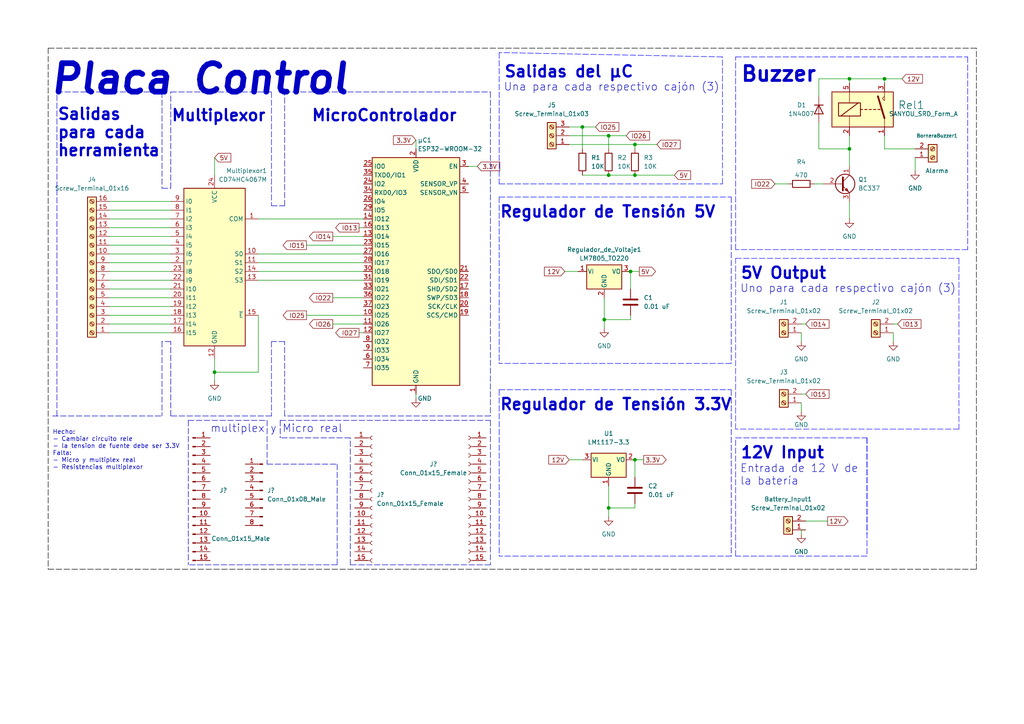
<source format=kicad_sch>
(kicad_sch (version 20211123) (generator eeschema)

  (uuid 032cacc6-8e75-413b-9a3e-cceeead0475b)

  (paper "A4")

  (lib_symbols
    (symbol "74xx:CD74HC4067M" (in_bom yes) (on_board yes)
      (property "Reference" "U" (id 0) (at -8.89 22.86 0)
        (effects (font (size 1.27 1.27)) (justify left))
      )
      (property "Value" "CD74HC4067M" (id 1) (at 1.27 22.86 0)
        (effects (font (size 1.27 1.27)) (justify left))
      )
      (property "Footprint" "Package_SO:SOIC-24W_7.5x15.4mm_P1.27mm" (id 2) (at 22.86 -25.4 0)
        (effects (font (size 1.27 1.27) italic) hide)
      )
      (property "Datasheet" "http://www.ti.com/lit/ds/symlink/cd74hc4067.pdf" (id 3) (at -8.89 21.59 0)
        (effects (font (size 1.27 1.27)) hide)
      )
      (property "ki_keywords" "multiplexer demultiplexer mux demux" (id 4) (at 0 0 0)
        (effects (font (size 1.27 1.27)) hide)
      )
      (property "ki_description" "High-Speed CMOS Logic 16-Channel Analog Multiplexer/Demultiplexer, SOIC-24" (id 5) (at 0 0 0)
        (effects (font (size 1.27 1.27)) hide)
      )
      (property "ki_fp_filters" "SOIC*W*7.5x15.4mm*P1.27mm*" (id 6) (at 0 0 0)
        (effects (font (size 1.27 1.27)) hide)
      )
      (symbol "CD74HC4067M_0_1"
        (rectangle (start -8.89 21.59) (end 8.89 -24.13)
          (stroke (width 0.254) (type default) (color 0 0 0 0))
          (fill (type background))
        )
      )
      (symbol "CD74HC4067M_1_1"
        (pin passive line (at -12.7 12.7 0) (length 3.81)
          (name "COM" (effects (font (size 1.27 1.27))))
          (number "1" (effects (font (size 1.27 1.27))))
        )
        (pin input line (at -12.7 2.54 0) (length 3.81)
          (name "S0" (effects (font (size 1.27 1.27))))
          (number "10" (effects (font (size 1.27 1.27))))
        )
        (pin input line (at -12.7 0 0) (length 3.81)
          (name "S1" (effects (font (size 1.27 1.27))))
          (number "11" (effects (font (size 1.27 1.27))))
        )
        (pin power_in line (at 0 -27.94 90) (length 3.81)
          (name "GND" (effects (font (size 1.27 1.27))))
          (number "12" (effects (font (size 1.27 1.27))))
        )
        (pin input line (at -12.7 -5.08 0) (length 3.81)
          (name "S3" (effects (font (size 1.27 1.27))))
          (number "13" (effects (font (size 1.27 1.27))))
        )
        (pin input line (at -12.7 -2.54 0) (length 3.81)
          (name "S2" (effects (font (size 1.27 1.27))))
          (number "14" (effects (font (size 1.27 1.27))))
        )
        (pin input line (at -12.7 -15.24 0) (length 3.81)
          (name "~{E}" (effects (font (size 1.27 1.27))))
          (number "15" (effects (font (size 1.27 1.27))))
        )
        (pin passive line (at 12.7 -20.32 180) (length 3.81)
          (name "I15" (effects (font (size 1.27 1.27))))
          (number "16" (effects (font (size 1.27 1.27))))
        )
        (pin passive line (at 12.7 -17.78 180) (length 3.81)
          (name "I14" (effects (font (size 1.27 1.27))))
          (number "17" (effects (font (size 1.27 1.27))))
        )
        (pin passive line (at 12.7 -15.24 180) (length 3.81)
          (name "I13" (effects (font (size 1.27 1.27))))
          (number "18" (effects (font (size 1.27 1.27))))
        )
        (pin passive line (at 12.7 -12.7 180) (length 3.81)
          (name "I12" (effects (font (size 1.27 1.27))))
          (number "19" (effects (font (size 1.27 1.27))))
        )
        (pin passive line (at 12.7 0 180) (length 3.81)
          (name "I7" (effects (font (size 1.27 1.27))))
          (number "2" (effects (font (size 1.27 1.27))))
        )
        (pin passive line (at 12.7 -10.16 180) (length 3.81)
          (name "I11" (effects (font (size 1.27 1.27))))
          (number "20" (effects (font (size 1.27 1.27))))
        )
        (pin passive line (at 12.7 -7.62 180) (length 3.81)
          (name "I10" (effects (font (size 1.27 1.27))))
          (number "21" (effects (font (size 1.27 1.27))))
        )
        (pin passive line (at 12.7 -5.08 180) (length 3.81)
          (name "I9" (effects (font (size 1.27 1.27))))
          (number "22" (effects (font (size 1.27 1.27))))
        )
        (pin passive line (at 12.7 -2.54 180) (length 3.81)
          (name "I8" (effects (font (size 1.27 1.27))))
          (number "23" (effects (font (size 1.27 1.27))))
        )
        (pin power_in line (at 0 25.4 270) (length 3.81)
          (name "VCC" (effects (font (size 1.27 1.27))))
          (number "24" (effects (font (size 1.27 1.27))))
        )
        (pin passive line (at 12.7 2.54 180) (length 3.81)
          (name "I6" (effects (font (size 1.27 1.27))))
          (number "3" (effects (font (size 1.27 1.27))))
        )
        (pin passive line (at 12.7 5.08 180) (length 3.81)
          (name "I5" (effects (font (size 1.27 1.27))))
          (number "4" (effects (font (size 1.27 1.27))))
        )
        (pin passive line (at 12.7 7.62 180) (length 3.81)
          (name "I4" (effects (font (size 1.27 1.27))))
          (number "5" (effects (font (size 1.27 1.27))))
        )
        (pin passive line (at 12.7 10.16 180) (length 3.81)
          (name "I3" (effects (font (size 1.27 1.27))))
          (number "6" (effects (font (size 1.27 1.27))))
        )
        (pin passive line (at 12.7 12.7 180) (length 3.81)
          (name "I2" (effects (font (size 1.27 1.27))))
          (number "7" (effects (font (size 1.27 1.27))))
        )
        (pin passive line (at 12.7 15.24 180) (length 3.81)
          (name "I1" (effects (font (size 1.27 1.27))))
          (number "8" (effects (font (size 1.27 1.27))))
        )
        (pin passive line (at 12.7 17.78 180) (length 3.81)
          (name "I0" (effects (font (size 1.27 1.27))))
          (number "9" (effects (font (size 1.27 1.27))))
        )
      )
    )
    (symbol "Connector:Conn_01x08_Male" (pin_names (offset 1.016) hide) (in_bom yes) (on_board yes)
      (property "Reference" "J" (id 0) (at 0 10.16 0)
        (effects (font (size 1.27 1.27)))
      )
      (property "Value" "Conn_01x08_Male" (id 1) (at 0 -12.7 0)
        (effects (font (size 1.27 1.27)))
      )
      (property "Footprint" "" (id 2) (at 0 0 0)
        (effects (font (size 1.27 1.27)) hide)
      )
      (property "Datasheet" "~" (id 3) (at 0 0 0)
        (effects (font (size 1.27 1.27)) hide)
      )
      (property "ki_keywords" "connector" (id 4) (at 0 0 0)
        (effects (font (size 1.27 1.27)) hide)
      )
      (property "ki_description" "Generic connector, single row, 01x08, script generated (kicad-library-utils/schlib/autogen/connector/)" (id 5) (at 0 0 0)
        (effects (font (size 1.27 1.27)) hide)
      )
      (property "ki_fp_filters" "Connector*:*_1x??_*" (id 6) (at 0 0 0)
        (effects (font (size 1.27 1.27)) hide)
      )
      (symbol "Conn_01x08_Male_1_1"
        (polyline
          (pts
            (xy 1.27 -10.16)
            (xy 0.8636 -10.16)
          )
          (stroke (width 0.1524) (type default) (color 0 0 0 0))
          (fill (type none))
        )
        (polyline
          (pts
            (xy 1.27 -7.62)
            (xy 0.8636 -7.62)
          )
          (stroke (width 0.1524) (type default) (color 0 0 0 0))
          (fill (type none))
        )
        (polyline
          (pts
            (xy 1.27 -5.08)
            (xy 0.8636 -5.08)
          )
          (stroke (width 0.1524) (type default) (color 0 0 0 0))
          (fill (type none))
        )
        (polyline
          (pts
            (xy 1.27 -2.54)
            (xy 0.8636 -2.54)
          )
          (stroke (width 0.1524) (type default) (color 0 0 0 0))
          (fill (type none))
        )
        (polyline
          (pts
            (xy 1.27 0)
            (xy 0.8636 0)
          )
          (stroke (width 0.1524) (type default) (color 0 0 0 0))
          (fill (type none))
        )
        (polyline
          (pts
            (xy 1.27 2.54)
            (xy 0.8636 2.54)
          )
          (stroke (width 0.1524) (type default) (color 0 0 0 0))
          (fill (type none))
        )
        (polyline
          (pts
            (xy 1.27 5.08)
            (xy 0.8636 5.08)
          )
          (stroke (width 0.1524) (type default) (color 0 0 0 0))
          (fill (type none))
        )
        (polyline
          (pts
            (xy 1.27 7.62)
            (xy 0.8636 7.62)
          )
          (stroke (width 0.1524) (type default) (color 0 0 0 0))
          (fill (type none))
        )
        (rectangle (start 0.8636 -10.033) (end 0 -10.287)
          (stroke (width 0.1524) (type default) (color 0 0 0 0))
          (fill (type outline))
        )
        (rectangle (start 0.8636 -7.493) (end 0 -7.747)
          (stroke (width 0.1524) (type default) (color 0 0 0 0))
          (fill (type outline))
        )
        (rectangle (start 0.8636 -4.953) (end 0 -5.207)
          (stroke (width 0.1524) (type default) (color 0 0 0 0))
          (fill (type outline))
        )
        (rectangle (start 0.8636 -2.413) (end 0 -2.667)
          (stroke (width 0.1524) (type default) (color 0 0 0 0))
          (fill (type outline))
        )
        (rectangle (start 0.8636 0.127) (end 0 -0.127)
          (stroke (width 0.1524) (type default) (color 0 0 0 0))
          (fill (type outline))
        )
        (rectangle (start 0.8636 2.667) (end 0 2.413)
          (stroke (width 0.1524) (type default) (color 0 0 0 0))
          (fill (type outline))
        )
        (rectangle (start 0.8636 5.207) (end 0 4.953)
          (stroke (width 0.1524) (type default) (color 0 0 0 0))
          (fill (type outline))
        )
        (rectangle (start 0.8636 7.747) (end 0 7.493)
          (stroke (width 0.1524) (type default) (color 0 0 0 0))
          (fill (type outline))
        )
        (pin passive line (at 5.08 7.62 180) (length 3.81)
          (name "Pin_1" (effects (font (size 1.27 1.27))))
          (number "1" (effects (font (size 1.27 1.27))))
        )
        (pin passive line (at 5.08 5.08 180) (length 3.81)
          (name "Pin_2" (effects (font (size 1.27 1.27))))
          (number "2" (effects (font (size 1.27 1.27))))
        )
        (pin passive line (at 5.08 2.54 180) (length 3.81)
          (name "Pin_3" (effects (font (size 1.27 1.27))))
          (number "3" (effects (font (size 1.27 1.27))))
        )
        (pin passive line (at 5.08 0 180) (length 3.81)
          (name "Pin_4" (effects (font (size 1.27 1.27))))
          (number "4" (effects (font (size 1.27 1.27))))
        )
        (pin passive line (at 5.08 -2.54 180) (length 3.81)
          (name "Pin_5" (effects (font (size 1.27 1.27))))
          (number "5" (effects (font (size 1.27 1.27))))
        )
        (pin passive line (at 5.08 -5.08 180) (length 3.81)
          (name "Pin_6" (effects (font (size 1.27 1.27))))
          (number "6" (effects (font (size 1.27 1.27))))
        )
        (pin passive line (at 5.08 -7.62 180) (length 3.81)
          (name "Pin_7" (effects (font (size 1.27 1.27))))
          (number "7" (effects (font (size 1.27 1.27))))
        )
        (pin passive line (at 5.08 -10.16 180) (length 3.81)
          (name "Pin_8" (effects (font (size 1.27 1.27))))
          (number "8" (effects (font (size 1.27 1.27))))
        )
      )
    )
    (symbol "Connector:Conn_01x15_Female" (pin_names (offset 1.016) hide) (in_bom yes) (on_board yes)
      (property "Reference" "J" (id 0) (at 0 20.32 0)
        (effects (font (size 1.27 1.27)))
      )
      (property "Value" "Conn_01x15_Female" (id 1) (at 0 -20.32 0)
        (effects (font (size 1.27 1.27)))
      )
      (property "Footprint" "" (id 2) (at 0 0 0)
        (effects (font (size 1.27 1.27)) hide)
      )
      (property "Datasheet" "~" (id 3) (at 0 0 0)
        (effects (font (size 1.27 1.27)) hide)
      )
      (property "ki_keywords" "connector" (id 4) (at 0 0 0)
        (effects (font (size 1.27 1.27)) hide)
      )
      (property "ki_description" "Generic connector, single row, 01x15, script generated (kicad-library-utils/schlib/autogen/connector/)" (id 5) (at 0 0 0)
        (effects (font (size 1.27 1.27)) hide)
      )
      (property "ki_fp_filters" "Connector*:*_1x??_*" (id 6) (at 0 0 0)
        (effects (font (size 1.27 1.27)) hide)
      )
      (symbol "Conn_01x15_Female_1_1"
        (arc (start 0 -17.272) (mid -0.508 -17.78) (end 0 -18.288)
          (stroke (width 0.1524) (type default) (color 0 0 0 0))
          (fill (type none))
        )
        (arc (start 0 -14.732) (mid -0.508 -15.24) (end 0 -15.748)
          (stroke (width 0.1524) (type default) (color 0 0 0 0))
          (fill (type none))
        )
        (arc (start 0 -12.192) (mid -0.508 -12.7) (end 0 -13.208)
          (stroke (width 0.1524) (type default) (color 0 0 0 0))
          (fill (type none))
        )
        (arc (start 0 -9.652) (mid -0.508 -10.16) (end 0 -10.668)
          (stroke (width 0.1524) (type default) (color 0 0 0 0))
          (fill (type none))
        )
        (arc (start 0 -7.112) (mid -0.508 -7.62) (end 0 -8.128)
          (stroke (width 0.1524) (type default) (color 0 0 0 0))
          (fill (type none))
        )
        (arc (start 0 -4.572) (mid -0.508 -5.08) (end 0 -5.588)
          (stroke (width 0.1524) (type default) (color 0 0 0 0))
          (fill (type none))
        )
        (arc (start 0 -2.032) (mid -0.508 -2.54) (end 0 -3.048)
          (stroke (width 0.1524) (type default) (color 0 0 0 0))
          (fill (type none))
        )
        (polyline
          (pts
            (xy -1.27 -17.78)
            (xy -0.508 -17.78)
          )
          (stroke (width 0.1524) (type default) (color 0 0 0 0))
          (fill (type none))
        )
        (polyline
          (pts
            (xy -1.27 -15.24)
            (xy -0.508 -15.24)
          )
          (stroke (width 0.1524) (type default) (color 0 0 0 0))
          (fill (type none))
        )
        (polyline
          (pts
            (xy -1.27 -12.7)
            (xy -0.508 -12.7)
          )
          (stroke (width 0.1524) (type default) (color 0 0 0 0))
          (fill (type none))
        )
        (polyline
          (pts
            (xy -1.27 -10.16)
            (xy -0.508 -10.16)
          )
          (stroke (width 0.1524) (type default) (color 0 0 0 0))
          (fill (type none))
        )
        (polyline
          (pts
            (xy -1.27 -7.62)
            (xy -0.508 -7.62)
          )
          (stroke (width 0.1524) (type default) (color 0 0 0 0))
          (fill (type none))
        )
        (polyline
          (pts
            (xy -1.27 -5.08)
            (xy -0.508 -5.08)
          )
          (stroke (width 0.1524) (type default) (color 0 0 0 0))
          (fill (type none))
        )
        (polyline
          (pts
            (xy -1.27 -2.54)
            (xy -0.508 -2.54)
          )
          (stroke (width 0.1524) (type default) (color 0 0 0 0))
          (fill (type none))
        )
        (polyline
          (pts
            (xy -1.27 0)
            (xy -0.508 0)
          )
          (stroke (width 0.1524) (type default) (color 0 0 0 0))
          (fill (type none))
        )
        (polyline
          (pts
            (xy -1.27 2.54)
            (xy -0.508 2.54)
          )
          (stroke (width 0.1524) (type default) (color 0 0 0 0))
          (fill (type none))
        )
        (polyline
          (pts
            (xy -1.27 5.08)
            (xy -0.508 5.08)
          )
          (stroke (width 0.1524) (type default) (color 0 0 0 0))
          (fill (type none))
        )
        (polyline
          (pts
            (xy -1.27 7.62)
            (xy -0.508 7.62)
          )
          (stroke (width 0.1524) (type default) (color 0 0 0 0))
          (fill (type none))
        )
        (polyline
          (pts
            (xy -1.27 10.16)
            (xy -0.508 10.16)
          )
          (stroke (width 0.1524) (type default) (color 0 0 0 0))
          (fill (type none))
        )
        (polyline
          (pts
            (xy -1.27 12.7)
            (xy -0.508 12.7)
          )
          (stroke (width 0.1524) (type default) (color 0 0 0 0))
          (fill (type none))
        )
        (polyline
          (pts
            (xy -1.27 15.24)
            (xy -0.508 15.24)
          )
          (stroke (width 0.1524) (type default) (color 0 0 0 0))
          (fill (type none))
        )
        (polyline
          (pts
            (xy -1.27 17.78)
            (xy -0.508 17.78)
          )
          (stroke (width 0.1524) (type default) (color 0 0 0 0))
          (fill (type none))
        )
        (arc (start 0 0.508) (mid -0.508 0) (end 0 -0.508)
          (stroke (width 0.1524) (type default) (color 0 0 0 0))
          (fill (type none))
        )
        (arc (start 0 3.048) (mid -0.508 2.54) (end 0 2.032)
          (stroke (width 0.1524) (type default) (color 0 0 0 0))
          (fill (type none))
        )
        (arc (start 0 5.588) (mid -0.508 5.08) (end 0 4.572)
          (stroke (width 0.1524) (type default) (color 0 0 0 0))
          (fill (type none))
        )
        (arc (start 0 8.128) (mid -0.508 7.62) (end 0 7.112)
          (stroke (width 0.1524) (type default) (color 0 0 0 0))
          (fill (type none))
        )
        (arc (start 0 10.668) (mid -0.508 10.16) (end 0 9.652)
          (stroke (width 0.1524) (type default) (color 0 0 0 0))
          (fill (type none))
        )
        (arc (start 0 13.208) (mid -0.508 12.7) (end 0 12.192)
          (stroke (width 0.1524) (type default) (color 0 0 0 0))
          (fill (type none))
        )
        (arc (start 0 15.748) (mid -0.508 15.24) (end 0 14.732)
          (stroke (width 0.1524) (type default) (color 0 0 0 0))
          (fill (type none))
        )
        (arc (start 0 18.288) (mid -0.508 17.78) (end 0 17.272)
          (stroke (width 0.1524) (type default) (color 0 0 0 0))
          (fill (type none))
        )
        (pin passive line (at -5.08 17.78 0) (length 3.81)
          (name "Pin_1" (effects (font (size 1.27 1.27))))
          (number "1" (effects (font (size 1.27 1.27))))
        )
        (pin passive line (at -5.08 -5.08 0) (length 3.81)
          (name "Pin_10" (effects (font (size 1.27 1.27))))
          (number "10" (effects (font (size 1.27 1.27))))
        )
        (pin passive line (at -5.08 -7.62 0) (length 3.81)
          (name "Pin_11" (effects (font (size 1.27 1.27))))
          (number "11" (effects (font (size 1.27 1.27))))
        )
        (pin passive line (at -5.08 -10.16 0) (length 3.81)
          (name "Pin_12" (effects (font (size 1.27 1.27))))
          (number "12" (effects (font (size 1.27 1.27))))
        )
        (pin passive line (at -5.08 -12.7 0) (length 3.81)
          (name "Pin_13" (effects (font (size 1.27 1.27))))
          (number "13" (effects (font (size 1.27 1.27))))
        )
        (pin passive line (at -5.08 -15.24 0) (length 3.81)
          (name "Pin_14" (effects (font (size 1.27 1.27))))
          (number "14" (effects (font (size 1.27 1.27))))
        )
        (pin passive line (at -5.08 -17.78 0) (length 3.81)
          (name "Pin_15" (effects (font (size 1.27 1.27))))
          (number "15" (effects (font (size 1.27 1.27))))
        )
        (pin passive line (at -5.08 15.24 0) (length 3.81)
          (name "Pin_2" (effects (font (size 1.27 1.27))))
          (number "2" (effects (font (size 1.27 1.27))))
        )
        (pin passive line (at -5.08 12.7 0) (length 3.81)
          (name "Pin_3" (effects (font (size 1.27 1.27))))
          (number "3" (effects (font (size 1.27 1.27))))
        )
        (pin passive line (at -5.08 10.16 0) (length 3.81)
          (name "Pin_4" (effects (font (size 1.27 1.27))))
          (number "4" (effects (font (size 1.27 1.27))))
        )
        (pin passive line (at -5.08 7.62 0) (length 3.81)
          (name "Pin_5" (effects (font (size 1.27 1.27))))
          (number "5" (effects (font (size 1.27 1.27))))
        )
        (pin passive line (at -5.08 5.08 0) (length 3.81)
          (name "Pin_6" (effects (font (size 1.27 1.27))))
          (number "6" (effects (font (size 1.27 1.27))))
        )
        (pin passive line (at -5.08 2.54 0) (length 3.81)
          (name "Pin_7" (effects (font (size 1.27 1.27))))
          (number "7" (effects (font (size 1.27 1.27))))
        )
        (pin passive line (at -5.08 0 0) (length 3.81)
          (name "Pin_8" (effects (font (size 1.27 1.27))))
          (number "8" (effects (font (size 1.27 1.27))))
        )
        (pin passive line (at -5.08 -2.54 0) (length 3.81)
          (name "Pin_9" (effects (font (size 1.27 1.27))))
          (number "9" (effects (font (size 1.27 1.27))))
        )
      )
    )
    (symbol "Connector:Conn_01x15_Male" (pin_names (offset 1.016) hide) (in_bom yes) (on_board yes)
      (property "Reference" "J" (id 0) (at 0 20.32 0)
        (effects (font (size 1.27 1.27)))
      )
      (property "Value" "Conn_01x15_Male" (id 1) (at 0 -20.32 0)
        (effects (font (size 1.27 1.27)))
      )
      (property "Footprint" "" (id 2) (at 0 0 0)
        (effects (font (size 1.27 1.27)) hide)
      )
      (property "Datasheet" "~" (id 3) (at 0 0 0)
        (effects (font (size 1.27 1.27)) hide)
      )
      (property "ki_keywords" "connector" (id 4) (at 0 0 0)
        (effects (font (size 1.27 1.27)) hide)
      )
      (property "ki_description" "Generic connector, single row, 01x15, script generated (kicad-library-utils/schlib/autogen/connector/)" (id 5) (at 0 0 0)
        (effects (font (size 1.27 1.27)) hide)
      )
      (property "ki_fp_filters" "Connector*:*_1x??_*" (id 6) (at 0 0 0)
        (effects (font (size 1.27 1.27)) hide)
      )
      (symbol "Conn_01x15_Male_1_1"
        (polyline
          (pts
            (xy 1.27 -17.78)
            (xy 0.8636 -17.78)
          )
          (stroke (width 0.1524) (type default) (color 0 0 0 0))
          (fill (type none))
        )
        (polyline
          (pts
            (xy 1.27 -15.24)
            (xy 0.8636 -15.24)
          )
          (stroke (width 0.1524) (type default) (color 0 0 0 0))
          (fill (type none))
        )
        (polyline
          (pts
            (xy 1.27 -12.7)
            (xy 0.8636 -12.7)
          )
          (stroke (width 0.1524) (type default) (color 0 0 0 0))
          (fill (type none))
        )
        (polyline
          (pts
            (xy 1.27 -10.16)
            (xy 0.8636 -10.16)
          )
          (stroke (width 0.1524) (type default) (color 0 0 0 0))
          (fill (type none))
        )
        (polyline
          (pts
            (xy 1.27 -7.62)
            (xy 0.8636 -7.62)
          )
          (stroke (width 0.1524) (type default) (color 0 0 0 0))
          (fill (type none))
        )
        (polyline
          (pts
            (xy 1.27 -5.08)
            (xy 0.8636 -5.08)
          )
          (stroke (width 0.1524) (type default) (color 0 0 0 0))
          (fill (type none))
        )
        (polyline
          (pts
            (xy 1.27 -2.54)
            (xy 0.8636 -2.54)
          )
          (stroke (width 0.1524) (type default) (color 0 0 0 0))
          (fill (type none))
        )
        (polyline
          (pts
            (xy 1.27 0)
            (xy 0.8636 0)
          )
          (stroke (width 0.1524) (type default) (color 0 0 0 0))
          (fill (type none))
        )
        (polyline
          (pts
            (xy 1.27 2.54)
            (xy 0.8636 2.54)
          )
          (stroke (width 0.1524) (type default) (color 0 0 0 0))
          (fill (type none))
        )
        (polyline
          (pts
            (xy 1.27 5.08)
            (xy 0.8636 5.08)
          )
          (stroke (width 0.1524) (type default) (color 0 0 0 0))
          (fill (type none))
        )
        (polyline
          (pts
            (xy 1.27 7.62)
            (xy 0.8636 7.62)
          )
          (stroke (width 0.1524) (type default) (color 0 0 0 0))
          (fill (type none))
        )
        (polyline
          (pts
            (xy 1.27 10.16)
            (xy 0.8636 10.16)
          )
          (stroke (width 0.1524) (type default) (color 0 0 0 0))
          (fill (type none))
        )
        (polyline
          (pts
            (xy 1.27 12.7)
            (xy 0.8636 12.7)
          )
          (stroke (width 0.1524) (type default) (color 0 0 0 0))
          (fill (type none))
        )
        (polyline
          (pts
            (xy 1.27 15.24)
            (xy 0.8636 15.24)
          )
          (stroke (width 0.1524) (type default) (color 0 0 0 0))
          (fill (type none))
        )
        (polyline
          (pts
            (xy 1.27 17.78)
            (xy 0.8636 17.78)
          )
          (stroke (width 0.1524) (type default) (color 0 0 0 0))
          (fill (type none))
        )
        (rectangle (start 0.8636 -17.653) (end 0 -17.907)
          (stroke (width 0.1524) (type default) (color 0 0 0 0))
          (fill (type outline))
        )
        (rectangle (start 0.8636 -15.113) (end 0 -15.367)
          (stroke (width 0.1524) (type default) (color 0 0 0 0))
          (fill (type outline))
        )
        (rectangle (start 0.8636 -12.573) (end 0 -12.827)
          (stroke (width 0.1524) (type default) (color 0 0 0 0))
          (fill (type outline))
        )
        (rectangle (start 0.8636 -10.033) (end 0 -10.287)
          (stroke (width 0.1524) (type default) (color 0 0 0 0))
          (fill (type outline))
        )
        (rectangle (start 0.8636 -7.493) (end 0 -7.747)
          (stroke (width 0.1524) (type default) (color 0 0 0 0))
          (fill (type outline))
        )
        (rectangle (start 0.8636 -4.953) (end 0 -5.207)
          (stroke (width 0.1524) (type default) (color 0 0 0 0))
          (fill (type outline))
        )
        (rectangle (start 0.8636 -2.413) (end 0 -2.667)
          (stroke (width 0.1524) (type default) (color 0 0 0 0))
          (fill (type outline))
        )
        (rectangle (start 0.8636 0.127) (end 0 -0.127)
          (stroke (width 0.1524) (type default) (color 0 0 0 0))
          (fill (type outline))
        )
        (rectangle (start 0.8636 2.667) (end 0 2.413)
          (stroke (width 0.1524) (type default) (color 0 0 0 0))
          (fill (type outline))
        )
        (rectangle (start 0.8636 5.207) (end 0 4.953)
          (stroke (width 0.1524) (type default) (color 0 0 0 0))
          (fill (type outline))
        )
        (rectangle (start 0.8636 7.747) (end 0 7.493)
          (stroke (width 0.1524) (type default) (color 0 0 0 0))
          (fill (type outline))
        )
        (rectangle (start 0.8636 10.287) (end 0 10.033)
          (stroke (width 0.1524) (type default) (color 0 0 0 0))
          (fill (type outline))
        )
        (rectangle (start 0.8636 12.827) (end 0 12.573)
          (stroke (width 0.1524) (type default) (color 0 0 0 0))
          (fill (type outline))
        )
        (rectangle (start 0.8636 15.367) (end 0 15.113)
          (stroke (width 0.1524) (type default) (color 0 0 0 0))
          (fill (type outline))
        )
        (rectangle (start 0.8636 17.907) (end 0 17.653)
          (stroke (width 0.1524) (type default) (color 0 0 0 0))
          (fill (type outline))
        )
        (pin passive line (at 5.08 17.78 180) (length 3.81)
          (name "Pin_1" (effects (font (size 1.27 1.27))))
          (number "1" (effects (font (size 1.27 1.27))))
        )
        (pin passive line (at 5.08 -5.08 180) (length 3.81)
          (name "Pin_10" (effects (font (size 1.27 1.27))))
          (number "10" (effects (font (size 1.27 1.27))))
        )
        (pin passive line (at 5.08 -7.62 180) (length 3.81)
          (name "Pin_11" (effects (font (size 1.27 1.27))))
          (number "11" (effects (font (size 1.27 1.27))))
        )
        (pin passive line (at 5.08 -10.16 180) (length 3.81)
          (name "Pin_12" (effects (font (size 1.27 1.27))))
          (number "12" (effects (font (size 1.27 1.27))))
        )
        (pin passive line (at 5.08 -12.7 180) (length 3.81)
          (name "Pin_13" (effects (font (size 1.27 1.27))))
          (number "13" (effects (font (size 1.27 1.27))))
        )
        (pin passive line (at 5.08 -15.24 180) (length 3.81)
          (name "Pin_14" (effects (font (size 1.27 1.27))))
          (number "14" (effects (font (size 1.27 1.27))))
        )
        (pin passive line (at 5.08 -17.78 180) (length 3.81)
          (name "Pin_15" (effects (font (size 1.27 1.27))))
          (number "15" (effects (font (size 1.27 1.27))))
        )
        (pin passive line (at 5.08 15.24 180) (length 3.81)
          (name "Pin_2" (effects (font (size 1.27 1.27))))
          (number "2" (effects (font (size 1.27 1.27))))
        )
        (pin passive line (at 5.08 12.7 180) (length 3.81)
          (name "Pin_3" (effects (font (size 1.27 1.27))))
          (number "3" (effects (font (size 1.27 1.27))))
        )
        (pin passive line (at 5.08 10.16 180) (length 3.81)
          (name "Pin_4" (effects (font (size 1.27 1.27))))
          (number "4" (effects (font (size 1.27 1.27))))
        )
        (pin passive line (at 5.08 7.62 180) (length 3.81)
          (name "Pin_5" (effects (font (size 1.27 1.27))))
          (number "5" (effects (font (size 1.27 1.27))))
        )
        (pin passive line (at 5.08 5.08 180) (length 3.81)
          (name "Pin_6" (effects (font (size 1.27 1.27))))
          (number "6" (effects (font (size 1.27 1.27))))
        )
        (pin passive line (at 5.08 2.54 180) (length 3.81)
          (name "Pin_7" (effects (font (size 1.27 1.27))))
          (number "7" (effects (font (size 1.27 1.27))))
        )
        (pin passive line (at 5.08 0 180) (length 3.81)
          (name "Pin_8" (effects (font (size 1.27 1.27))))
          (number "8" (effects (font (size 1.27 1.27))))
        )
        (pin passive line (at 5.08 -2.54 180) (length 3.81)
          (name "Pin_9" (effects (font (size 1.27 1.27))))
          (number "9" (effects (font (size 1.27 1.27))))
        )
      )
    )
    (symbol "Connector:Screw_Terminal_01x02" (pin_names (offset 1.016) hide) (in_bom yes) (on_board yes)
      (property "Reference" "J" (id 0) (at 0 2.54 0)
        (effects (font (size 1.27 1.27)))
      )
      (property "Value" "Screw_Terminal_01x02" (id 1) (at 0 -5.08 0)
        (effects (font (size 1.27 1.27)))
      )
      (property "Footprint" "" (id 2) (at 0 0 0)
        (effects (font (size 1.27 1.27)) hide)
      )
      (property "Datasheet" "~" (id 3) (at 0 0 0)
        (effects (font (size 1.27 1.27)) hide)
      )
      (property "ki_keywords" "screw terminal" (id 4) (at 0 0 0)
        (effects (font (size 1.27 1.27)) hide)
      )
      (property "ki_description" "Generic screw terminal, single row, 01x02, script generated (kicad-library-utils/schlib/autogen/connector/)" (id 5) (at 0 0 0)
        (effects (font (size 1.27 1.27)) hide)
      )
      (property "ki_fp_filters" "TerminalBlock*:*" (id 6) (at 0 0 0)
        (effects (font (size 1.27 1.27)) hide)
      )
      (symbol "Screw_Terminal_01x02_1_1"
        (rectangle (start -1.27 1.27) (end 1.27 -3.81)
          (stroke (width 0.254) (type default) (color 0 0 0 0))
          (fill (type background))
        )
        (circle (center 0 -2.54) (radius 0.635)
          (stroke (width 0.1524) (type default) (color 0 0 0 0))
          (fill (type none))
        )
        (polyline
          (pts
            (xy -0.5334 -2.2098)
            (xy 0.3302 -3.048)
          )
          (stroke (width 0.1524) (type default) (color 0 0 0 0))
          (fill (type none))
        )
        (polyline
          (pts
            (xy -0.5334 0.3302)
            (xy 0.3302 -0.508)
          )
          (stroke (width 0.1524) (type default) (color 0 0 0 0))
          (fill (type none))
        )
        (polyline
          (pts
            (xy -0.3556 -2.032)
            (xy 0.508 -2.8702)
          )
          (stroke (width 0.1524) (type default) (color 0 0 0 0))
          (fill (type none))
        )
        (polyline
          (pts
            (xy -0.3556 0.508)
            (xy 0.508 -0.3302)
          )
          (stroke (width 0.1524) (type default) (color 0 0 0 0))
          (fill (type none))
        )
        (circle (center 0 0) (radius 0.635)
          (stroke (width 0.1524) (type default) (color 0 0 0 0))
          (fill (type none))
        )
        (pin passive line (at -5.08 0 0) (length 3.81)
          (name "Pin_1" (effects (font (size 1.27 1.27))))
          (number "1" (effects (font (size 1.27 1.27))))
        )
        (pin passive line (at -5.08 -2.54 0) (length 3.81)
          (name "Pin_2" (effects (font (size 1.27 1.27))))
          (number "2" (effects (font (size 1.27 1.27))))
        )
      )
    )
    (symbol "Connector:Screw_Terminal_01x03" (pin_names (offset 1.016) hide) (in_bom yes) (on_board yes)
      (property "Reference" "J" (id 0) (at 0 5.08 0)
        (effects (font (size 1.27 1.27)))
      )
      (property "Value" "Screw_Terminal_01x03" (id 1) (at 0 -5.08 0)
        (effects (font (size 1.27 1.27)))
      )
      (property "Footprint" "" (id 2) (at 0 0 0)
        (effects (font (size 1.27 1.27)) hide)
      )
      (property "Datasheet" "~" (id 3) (at 0 0 0)
        (effects (font (size 1.27 1.27)) hide)
      )
      (property "ki_keywords" "screw terminal" (id 4) (at 0 0 0)
        (effects (font (size 1.27 1.27)) hide)
      )
      (property "ki_description" "Generic screw terminal, single row, 01x03, script generated (kicad-library-utils/schlib/autogen/connector/)" (id 5) (at 0 0 0)
        (effects (font (size 1.27 1.27)) hide)
      )
      (property "ki_fp_filters" "TerminalBlock*:*" (id 6) (at 0 0 0)
        (effects (font (size 1.27 1.27)) hide)
      )
      (symbol "Screw_Terminal_01x03_1_1"
        (rectangle (start -1.27 3.81) (end 1.27 -3.81)
          (stroke (width 0.254) (type default) (color 0 0 0 0))
          (fill (type background))
        )
        (circle (center 0 -2.54) (radius 0.635)
          (stroke (width 0.1524) (type default) (color 0 0 0 0))
          (fill (type none))
        )
        (polyline
          (pts
            (xy -0.5334 -2.2098)
            (xy 0.3302 -3.048)
          )
          (stroke (width 0.1524) (type default) (color 0 0 0 0))
          (fill (type none))
        )
        (polyline
          (pts
            (xy -0.5334 0.3302)
            (xy 0.3302 -0.508)
          )
          (stroke (width 0.1524) (type default) (color 0 0 0 0))
          (fill (type none))
        )
        (polyline
          (pts
            (xy -0.5334 2.8702)
            (xy 0.3302 2.032)
          )
          (stroke (width 0.1524) (type default) (color 0 0 0 0))
          (fill (type none))
        )
        (polyline
          (pts
            (xy -0.3556 -2.032)
            (xy 0.508 -2.8702)
          )
          (stroke (width 0.1524) (type default) (color 0 0 0 0))
          (fill (type none))
        )
        (polyline
          (pts
            (xy -0.3556 0.508)
            (xy 0.508 -0.3302)
          )
          (stroke (width 0.1524) (type default) (color 0 0 0 0))
          (fill (type none))
        )
        (polyline
          (pts
            (xy -0.3556 3.048)
            (xy 0.508 2.2098)
          )
          (stroke (width 0.1524) (type default) (color 0 0 0 0))
          (fill (type none))
        )
        (circle (center 0 0) (radius 0.635)
          (stroke (width 0.1524) (type default) (color 0 0 0 0))
          (fill (type none))
        )
        (circle (center 0 2.54) (radius 0.635)
          (stroke (width 0.1524) (type default) (color 0 0 0 0))
          (fill (type none))
        )
        (pin passive line (at -5.08 2.54 0) (length 3.81)
          (name "Pin_1" (effects (font (size 1.27 1.27))))
          (number "1" (effects (font (size 1.27 1.27))))
        )
        (pin passive line (at -5.08 0 0) (length 3.81)
          (name "Pin_2" (effects (font (size 1.27 1.27))))
          (number "2" (effects (font (size 1.27 1.27))))
        )
        (pin passive line (at -5.08 -2.54 0) (length 3.81)
          (name "Pin_3" (effects (font (size 1.27 1.27))))
          (number "3" (effects (font (size 1.27 1.27))))
        )
      )
    )
    (symbol "Connector:Screw_Terminal_01x16" (pin_names (offset 1.016) hide) (in_bom yes) (on_board yes)
      (property "Reference" "J" (id 0) (at 0 20.32 0)
        (effects (font (size 1.27 1.27)))
      )
      (property "Value" "Screw_Terminal_01x16" (id 1) (at 0 -22.86 0)
        (effects (font (size 1.27 1.27)))
      )
      (property "Footprint" "" (id 2) (at 0 0 0)
        (effects (font (size 1.27 1.27)) hide)
      )
      (property "Datasheet" "~" (id 3) (at 0 0 0)
        (effects (font (size 1.27 1.27)) hide)
      )
      (property "ki_keywords" "screw terminal" (id 4) (at 0 0 0)
        (effects (font (size 1.27 1.27)) hide)
      )
      (property "ki_description" "Generic screw terminal, single row, 01x16, script generated (kicad-library-utils/schlib/autogen/connector/)" (id 5) (at 0 0 0)
        (effects (font (size 1.27 1.27)) hide)
      )
      (property "ki_fp_filters" "TerminalBlock*:*" (id 6) (at 0 0 0)
        (effects (font (size 1.27 1.27)) hide)
      )
      (symbol "Screw_Terminal_01x16_1_1"
        (rectangle (start -1.27 19.05) (end 1.27 -21.59)
          (stroke (width 0.254) (type default) (color 0 0 0 0))
          (fill (type background))
        )
        (circle (center 0 -20.32) (radius 0.635)
          (stroke (width 0.1524) (type default) (color 0 0 0 0))
          (fill (type none))
        )
        (circle (center 0 -17.78) (radius 0.635)
          (stroke (width 0.1524) (type default) (color 0 0 0 0))
          (fill (type none))
        )
        (circle (center 0 -15.24) (radius 0.635)
          (stroke (width 0.1524) (type default) (color 0 0 0 0))
          (fill (type none))
        )
        (circle (center 0 -12.7) (radius 0.635)
          (stroke (width 0.1524) (type default) (color 0 0 0 0))
          (fill (type none))
        )
        (circle (center 0 -10.16) (radius 0.635)
          (stroke (width 0.1524) (type default) (color 0 0 0 0))
          (fill (type none))
        )
        (circle (center 0 -7.62) (radius 0.635)
          (stroke (width 0.1524) (type default) (color 0 0 0 0))
          (fill (type none))
        )
        (circle (center 0 -5.08) (radius 0.635)
          (stroke (width 0.1524) (type default) (color 0 0 0 0))
          (fill (type none))
        )
        (circle (center 0 -2.54) (radius 0.635)
          (stroke (width 0.1524) (type default) (color 0 0 0 0))
          (fill (type none))
        )
        (polyline
          (pts
            (xy -0.5334 -19.9898)
            (xy 0.3302 -20.828)
          )
          (stroke (width 0.1524) (type default) (color 0 0 0 0))
          (fill (type none))
        )
        (polyline
          (pts
            (xy -0.5334 -17.4498)
            (xy 0.3302 -18.288)
          )
          (stroke (width 0.1524) (type default) (color 0 0 0 0))
          (fill (type none))
        )
        (polyline
          (pts
            (xy -0.5334 -14.9098)
            (xy 0.3302 -15.748)
          )
          (stroke (width 0.1524) (type default) (color 0 0 0 0))
          (fill (type none))
        )
        (polyline
          (pts
            (xy -0.5334 -12.3698)
            (xy 0.3302 -13.208)
          )
          (stroke (width 0.1524) (type default) (color 0 0 0 0))
          (fill (type none))
        )
        (polyline
          (pts
            (xy -0.5334 -9.8298)
            (xy 0.3302 -10.668)
          )
          (stroke (width 0.1524) (type default) (color 0 0 0 0))
          (fill (type none))
        )
        (polyline
          (pts
            (xy -0.5334 -7.2898)
            (xy 0.3302 -8.128)
          )
          (stroke (width 0.1524) (type default) (color 0 0 0 0))
          (fill (type none))
        )
        (polyline
          (pts
            (xy -0.5334 -4.7498)
            (xy 0.3302 -5.588)
          )
          (stroke (width 0.1524) (type default) (color 0 0 0 0))
          (fill (type none))
        )
        (polyline
          (pts
            (xy -0.5334 -2.2098)
            (xy 0.3302 -3.048)
          )
          (stroke (width 0.1524) (type default) (color 0 0 0 0))
          (fill (type none))
        )
        (polyline
          (pts
            (xy -0.5334 0.3302)
            (xy 0.3302 -0.508)
          )
          (stroke (width 0.1524) (type default) (color 0 0 0 0))
          (fill (type none))
        )
        (polyline
          (pts
            (xy -0.5334 2.8702)
            (xy 0.3302 2.032)
          )
          (stroke (width 0.1524) (type default) (color 0 0 0 0))
          (fill (type none))
        )
        (polyline
          (pts
            (xy -0.5334 5.4102)
            (xy 0.3302 4.572)
          )
          (stroke (width 0.1524) (type default) (color 0 0 0 0))
          (fill (type none))
        )
        (polyline
          (pts
            (xy -0.5334 7.9502)
            (xy 0.3302 7.112)
          )
          (stroke (width 0.1524) (type default) (color 0 0 0 0))
          (fill (type none))
        )
        (polyline
          (pts
            (xy -0.5334 10.4902)
            (xy 0.3302 9.652)
          )
          (stroke (width 0.1524) (type default) (color 0 0 0 0))
          (fill (type none))
        )
        (polyline
          (pts
            (xy -0.5334 13.0302)
            (xy 0.3302 12.192)
          )
          (stroke (width 0.1524) (type default) (color 0 0 0 0))
          (fill (type none))
        )
        (polyline
          (pts
            (xy -0.5334 15.5702)
            (xy 0.3302 14.732)
          )
          (stroke (width 0.1524) (type default) (color 0 0 0 0))
          (fill (type none))
        )
        (polyline
          (pts
            (xy -0.5334 18.1102)
            (xy 0.3302 17.272)
          )
          (stroke (width 0.1524) (type default) (color 0 0 0 0))
          (fill (type none))
        )
        (polyline
          (pts
            (xy -0.3556 -19.812)
            (xy 0.508 -20.6502)
          )
          (stroke (width 0.1524) (type default) (color 0 0 0 0))
          (fill (type none))
        )
        (polyline
          (pts
            (xy -0.3556 -17.272)
            (xy 0.508 -18.1102)
          )
          (stroke (width 0.1524) (type default) (color 0 0 0 0))
          (fill (type none))
        )
        (polyline
          (pts
            (xy -0.3556 -14.732)
            (xy 0.508 -15.5702)
          )
          (stroke (width 0.1524) (type default) (color 0 0 0 0))
          (fill (type none))
        )
        (polyline
          (pts
            (xy -0.3556 -12.192)
            (xy 0.508 -13.0302)
          )
          (stroke (width 0.1524) (type default) (color 0 0 0 0))
          (fill (type none))
        )
        (polyline
          (pts
            (xy -0.3556 -9.652)
            (xy 0.508 -10.4902)
          )
          (stroke (width 0.1524) (type default) (color 0 0 0 0))
          (fill (type none))
        )
        (polyline
          (pts
            (xy -0.3556 -7.112)
            (xy 0.508 -7.9502)
          )
          (stroke (width 0.1524) (type default) (color 0 0 0 0))
          (fill (type none))
        )
        (polyline
          (pts
            (xy -0.3556 -4.572)
            (xy 0.508 -5.4102)
          )
          (stroke (width 0.1524) (type default) (color 0 0 0 0))
          (fill (type none))
        )
        (polyline
          (pts
            (xy -0.3556 -2.032)
            (xy 0.508 -2.8702)
          )
          (stroke (width 0.1524) (type default) (color 0 0 0 0))
          (fill (type none))
        )
        (polyline
          (pts
            (xy -0.3556 0.508)
            (xy 0.508 -0.3302)
          )
          (stroke (width 0.1524) (type default) (color 0 0 0 0))
          (fill (type none))
        )
        (polyline
          (pts
            (xy -0.3556 3.048)
            (xy 0.508 2.2098)
          )
          (stroke (width 0.1524) (type default) (color 0 0 0 0))
          (fill (type none))
        )
        (polyline
          (pts
            (xy -0.3556 5.588)
            (xy 0.508 4.7498)
          )
          (stroke (width 0.1524) (type default) (color 0 0 0 0))
          (fill (type none))
        )
        (polyline
          (pts
            (xy -0.3556 8.128)
            (xy 0.508 7.2898)
          )
          (stroke (width 0.1524) (type default) (color 0 0 0 0))
          (fill (type none))
        )
        (polyline
          (pts
            (xy -0.3556 10.668)
            (xy 0.508 9.8298)
          )
          (stroke (width 0.1524) (type default) (color 0 0 0 0))
          (fill (type none))
        )
        (polyline
          (pts
            (xy -0.3556 13.208)
            (xy 0.508 12.3698)
          )
          (stroke (width 0.1524) (type default) (color 0 0 0 0))
          (fill (type none))
        )
        (polyline
          (pts
            (xy -0.3556 15.748)
            (xy 0.508 14.9098)
          )
          (stroke (width 0.1524) (type default) (color 0 0 0 0))
          (fill (type none))
        )
        (polyline
          (pts
            (xy -0.3556 18.288)
            (xy 0.508 17.4498)
          )
          (stroke (width 0.1524) (type default) (color 0 0 0 0))
          (fill (type none))
        )
        (circle (center 0 0) (radius 0.635)
          (stroke (width 0.1524) (type default) (color 0 0 0 0))
          (fill (type none))
        )
        (circle (center 0 2.54) (radius 0.635)
          (stroke (width 0.1524) (type default) (color 0 0 0 0))
          (fill (type none))
        )
        (circle (center 0 5.08) (radius 0.635)
          (stroke (width 0.1524) (type default) (color 0 0 0 0))
          (fill (type none))
        )
        (circle (center 0 7.62) (radius 0.635)
          (stroke (width 0.1524) (type default) (color 0 0 0 0))
          (fill (type none))
        )
        (circle (center 0 10.16) (radius 0.635)
          (stroke (width 0.1524) (type default) (color 0 0 0 0))
          (fill (type none))
        )
        (circle (center 0 12.7) (radius 0.635)
          (stroke (width 0.1524) (type default) (color 0 0 0 0))
          (fill (type none))
        )
        (circle (center 0 15.24) (radius 0.635)
          (stroke (width 0.1524) (type default) (color 0 0 0 0))
          (fill (type none))
        )
        (circle (center 0 17.78) (radius 0.635)
          (stroke (width 0.1524) (type default) (color 0 0 0 0))
          (fill (type none))
        )
        (pin passive line (at -5.08 17.78 0) (length 3.81)
          (name "Pin_1" (effects (font (size 1.27 1.27))))
          (number "1" (effects (font (size 1.27 1.27))))
        )
        (pin passive line (at -5.08 -5.08 0) (length 3.81)
          (name "Pin_10" (effects (font (size 1.27 1.27))))
          (number "10" (effects (font (size 1.27 1.27))))
        )
        (pin passive line (at -5.08 -7.62 0) (length 3.81)
          (name "Pin_11" (effects (font (size 1.27 1.27))))
          (number "11" (effects (font (size 1.27 1.27))))
        )
        (pin passive line (at -5.08 -10.16 0) (length 3.81)
          (name "Pin_12" (effects (font (size 1.27 1.27))))
          (number "12" (effects (font (size 1.27 1.27))))
        )
        (pin passive line (at -5.08 -12.7 0) (length 3.81)
          (name "Pin_13" (effects (font (size 1.27 1.27))))
          (number "13" (effects (font (size 1.27 1.27))))
        )
        (pin passive line (at -5.08 -15.24 0) (length 3.81)
          (name "Pin_14" (effects (font (size 1.27 1.27))))
          (number "14" (effects (font (size 1.27 1.27))))
        )
        (pin passive line (at -5.08 -17.78 0) (length 3.81)
          (name "Pin_15" (effects (font (size 1.27 1.27))))
          (number "15" (effects (font (size 1.27 1.27))))
        )
        (pin passive line (at -5.08 -20.32 0) (length 3.81)
          (name "Pin_16" (effects (font (size 1.27 1.27))))
          (number "16" (effects (font (size 1.27 1.27))))
        )
        (pin passive line (at -5.08 15.24 0) (length 3.81)
          (name "Pin_2" (effects (font (size 1.27 1.27))))
          (number "2" (effects (font (size 1.27 1.27))))
        )
        (pin passive line (at -5.08 12.7 0) (length 3.81)
          (name "Pin_3" (effects (font (size 1.27 1.27))))
          (number "3" (effects (font (size 1.27 1.27))))
        )
        (pin passive line (at -5.08 10.16 0) (length 3.81)
          (name "Pin_4" (effects (font (size 1.27 1.27))))
          (number "4" (effects (font (size 1.27 1.27))))
        )
        (pin passive line (at -5.08 7.62 0) (length 3.81)
          (name "Pin_5" (effects (font (size 1.27 1.27))))
          (number "5" (effects (font (size 1.27 1.27))))
        )
        (pin passive line (at -5.08 5.08 0) (length 3.81)
          (name "Pin_6" (effects (font (size 1.27 1.27))))
          (number "6" (effects (font (size 1.27 1.27))))
        )
        (pin passive line (at -5.08 2.54 0) (length 3.81)
          (name "Pin_7" (effects (font (size 1.27 1.27))))
          (number "7" (effects (font (size 1.27 1.27))))
        )
        (pin passive line (at -5.08 0 0) (length 3.81)
          (name "Pin_8" (effects (font (size 1.27 1.27))))
          (number "8" (effects (font (size 1.27 1.27))))
        )
        (pin passive line (at -5.08 -2.54 0) (length 3.81)
          (name "Pin_9" (effects (font (size 1.27 1.27))))
          (number "9" (effects (font (size 1.27 1.27))))
        )
      )
    )
    (symbol "Device:C" (pin_numbers hide) (pin_names (offset 0.254)) (in_bom yes) (on_board yes)
      (property "Reference" "C" (id 0) (at 0.635 2.54 0)
        (effects (font (size 1.27 1.27)) (justify left))
      )
      (property "Value" "C" (id 1) (at 0.635 -2.54 0)
        (effects (font (size 1.27 1.27)) (justify left))
      )
      (property "Footprint" "" (id 2) (at 0.9652 -3.81 0)
        (effects (font (size 1.27 1.27)) hide)
      )
      (property "Datasheet" "~" (id 3) (at 0 0 0)
        (effects (font (size 1.27 1.27)) hide)
      )
      (property "ki_keywords" "cap capacitor" (id 4) (at 0 0 0)
        (effects (font (size 1.27 1.27)) hide)
      )
      (property "ki_description" "Unpolarized capacitor" (id 5) (at 0 0 0)
        (effects (font (size 1.27 1.27)) hide)
      )
      (property "ki_fp_filters" "C_*" (id 6) (at 0 0 0)
        (effects (font (size 1.27 1.27)) hide)
      )
      (symbol "C_0_1"
        (polyline
          (pts
            (xy -2.032 -0.762)
            (xy 2.032 -0.762)
          )
          (stroke (width 0.508) (type default) (color 0 0 0 0))
          (fill (type none))
        )
        (polyline
          (pts
            (xy -2.032 0.762)
            (xy 2.032 0.762)
          )
          (stroke (width 0.508) (type default) (color 0 0 0 0))
          (fill (type none))
        )
      )
      (symbol "C_1_1"
        (pin passive line (at 0 3.81 270) (length 2.794)
          (name "~" (effects (font (size 1.27 1.27))))
          (number "1" (effects (font (size 1.27 1.27))))
        )
        (pin passive line (at 0 -3.81 90) (length 2.794)
          (name "~" (effects (font (size 1.27 1.27))))
          (number "2" (effects (font (size 1.27 1.27))))
        )
      )
    )
    (symbol "Device:R" (pin_numbers hide) (pin_names (offset 0)) (in_bom yes) (on_board yes)
      (property "Reference" "R" (id 0) (at 2.032 0 90)
        (effects (font (size 1.27 1.27)))
      )
      (property "Value" "R" (id 1) (at 0 0 90)
        (effects (font (size 1.27 1.27)))
      )
      (property "Footprint" "" (id 2) (at -1.778 0 90)
        (effects (font (size 1.27 1.27)) hide)
      )
      (property "Datasheet" "~" (id 3) (at 0 0 0)
        (effects (font (size 1.27 1.27)) hide)
      )
      (property "ki_keywords" "R res resistor" (id 4) (at 0 0 0)
        (effects (font (size 1.27 1.27)) hide)
      )
      (property "ki_description" "Resistor" (id 5) (at 0 0 0)
        (effects (font (size 1.27 1.27)) hide)
      )
      (property "ki_fp_filters" "R_*" (id 6) (at 0 0 0)
        (effects (font (size 1.27 1.27)) hide)
      )
      (symbol "R_0_1"
        (rectangle (start -1.016 -2.54) (end 1.016 2.54)
          (stroke (width 0.254) (type default) (color 0 0 0 0))
          (fill (type none))
        )
      )
      (symbol "R_1_1"
        (pin passive line (at 0 3.81 270) (length 1.27)
          (name "~" (effects (font (size 1.27 1.27))))
          (number "1" (effects (font (size 1.27 1.27))))
        )
        (pin passive line (at 0 -3.81 90) (length 1.27)
          (name "~" (effects (font (size 1.27 1.27))))
          (number "2" (effects (font (size 1.27 1.27))))
        )
      )
    )
    (symbol "Diode:1N4007" (pin_numbers hide) (pin_names (offset 1.016) hide) (in_bom yes) (on_board yes)
      (property "Reference" "D" (id 0) (at 0 2.54 0)
        (effects (font (size 1.27 1.27)))
      )
      (property "Value" "1N4007" (id 1) (at 0 -2.54 0)
        (effects (font (size 1.27 1.27)))
      )
      (property "Footprint" "Diode_THT:D_DO-41_SOD81_P10.16mm_Horizontal" (id 2) (at 0 -4.445 0)
        (effects (font (size 1.27 1.27)) hide)
      )
      (property "Datasheet" "http://www.vishay.com/docs/88503/1n4001.pdf" (id 3) (at 0 0 0)
        (effects (font (size 1.27 1.27)) hide)
      )
      (property "ki_keywords" "diode" (id 4) (at 0 0 0)
        (effects (font (size 1.27 1.27)) hide)
      )
      (property "ki_description" "1000V 1A General Purpose Rectifier Diode, DO-41" (id 5) (at 0 0 0)
        (effects (font (size 1.27 1.27)) hide)
      )
      (property "ki_fp_filters" "D*DO?41*" (id 6) (at 0 0 0)
        (effects (font (size 1.27 1.27)) hide)
      )
      (symbol "1N4007_0_1"
        (polyline
          (pts
            (xy -1.27 1.27)
            (xy -1.27 -1.27)
          )
          (stroke (width 0.254) (type default) (color 0 0 0 0))
          (fill (type none))
        )
        (polyline
          (pts
            (xy 1.27 0)
            (xy -1.27 0)
          )
          (stroke (width 0) (type default) (color 0 0 0 0))
          (fill (type none))
        )
        (polyline
          (pts
            (xy 1.27 1.27)
            (xy 1.27 -1.27)
            (xy -1.27 0)
            (xy 1.27 1.27)
          )
          (stroke (width 0.254) (type default) (color 0 0 0 0))
          (fill (type none))
        )
      )
      (symbol "1N4007_1_1"
        (pin passive line (at -3.81 0 0) (length 2.54)
          (name "K" (effects (font (size 1.27 1.27))))
          (number "1" (effects (font (size 1.27 1.27))))
        )
        (pin passive line (at 3.81 0 180) (length 2.54)
          (name "A" (effects (font (size 1.27 1.27))))
          (number "2" (effects (font (size 1.27 1.27))))
        )
      )
    )
    (symbol "RF_Module:ESP32-WROOM-32" (in_bom yes) (on_board yes)
      (property "Reference" "U" (id 0) (at -12.7 34.29 0)
        (effects (font (size 1.27 1.27)) (justify left))
      )
      (property "Value" "ESP32-WROOM-32" (id 1) (at 1.27 34.29 0)
        (effects (font (size 1.27 1.27)) (justify left))
      )
      (property "Footprint" "RF_Module:ESP32-WROOM-32" (id 2) (at 0 -38.1 0)
        (effects (font (size 1.27 1.27)) hide)
      )
      (property "Datasheet" "https://www.espressif.com/sites/default/files/documentation/esp32-wroom-32_datasheet_en.pdf" (id 3) (at -7.62 1.27 0)
        (effects (font (size 1.27 1.27)) hide)
      )
      (property "ki_keywords" "RF Radio BT ESP ESP32 Espressif onboard PCB antenna" (id 4) (at 0 0 0)
        (effects (font (size 1.27 1.27)) hide)
      )
      (property "ki_description" "RF Module, ESP32-D0WDQ6 SoC, Wi-Fi 802.11b/g/n, Bluetooth, BLE, 32-bit, 2.7-3.6V, onboard antenna, SMD" (id 5) (at 0 0 0)
        (effects (font (size 1.27 1.27)) hide)
      )
      (property "ki_fp_filters" "ESP32?WROOM?32*" (id 6) (at 0 0 0)
        (effects (font (size 1.27 1.27)) hide)
      )
      (symbol "ESP32-WROOM-32_0_1"
        (rectangle (start -12.7 33.02) (end 12.7 -33.02)
          (stroke (width 0.254) (type default) (color 0 0 0 0))
          (fill (type background))
        )
      )
      (symbol "ESP32-WROOM-32_1_1"
        (pin power_in line (at 0 -35.56 90) (length 2.54)
          (name "GND" (effects (font (size 1.27 1.27))))
          (number "1" (effects (font (size 1.27 1.27))))
        )
        (pin bidirectional line (at 15.24 -12.7 180) (length 2.54)
          (name "IO25" (effects (font (size 1.27 1.27))))
          (number "10" (effects (font (size 1.27 1.27))))
        )
        (pin bidirectional line (at 15.24 -15.24 180) (length 2.54)
          (name "IO26" (effects (font (size 1.27 1.27))))
          (number "11" (effects (font (size 1.27 1.27))))
        )
        (pin bidirectional line (at 15.24 -17.78 180) (length 2.54)
          (name "IO27" (effects (font (size 1.27 1.27))))
          (number "12" (effects (font (size 1.27 1.27))))
        )
        (pin bidirectional line (at 15.24 10.16 180) (length 2.54)
          (name "IO14" (effects (font (size 1.27 1.27))))
          (number "13" (effects (font (size 1.27 1.27))))
        )
        (pin bidirectional line (at 15.24 15.24 180) (length 2.54)
          (name "IO12" (effects (font (size 1.27 1.27))))
          (number "14" (effects (font (size 1.27 1.27))))
        )
        (pin passive line (at 0 -35.56 90) (length 2.54) hide
          (name "GND" (effects (font (size 1.27 1.27))))
          (number "15" (effects (font (size 1.27 1.27))))
        )
        (pin bidirectional line (at 15.24 12.7 180) (length 2.54)
          (name "IO13" (effects (font (size 1.27 1.27))))
          (number "16" (effects (font (size 1.27 1.27))))
        )
        (pin bidirectional line (at -15.24 -5.08 0) (length 2.54)
          (name "SHD/SD2" (effects (font (size 1.27 1.27))))
          (number "17" (effects (font (size 1.27 1.27))))
        )
        (pin bidirectional line (at -15.24 -7.62 0) (length 2.54)
          (name "SWP/SD3" (effects (font (size 1.27 1.27))))
          (number "18" (effects (font (size 1.27 1.27))))
        )
        (pin bidirectional line (at -15.24 -12.7 0) (length 2.54)
          (name "SCS/CMD" (effects (font (size 1.27 1.27))))
          (number "19" (effects (font (size 1.27 1.27))))
        )
        (pin power_in line (at 0 35.56 270) (length 2.54)
          (name "VDD" (effects (font (size 1.27 1.27))))
          (number "2" (effects (font (size 1.27 1.27))))
        )
        (pin bidirectional line (at -15.24 -10.16 0) (length 2.54)
          (name "SCK/CLK" (effects (font (size 1.27 1.27))))
          (number "20" (effects (font (size 1.27 1.27))))
        )
        (pin bidirectional line (at -15.24 0 0) (length 2.54)
          (name "SDO/SD0" (effects (font (size 1.27 1.27))))
          (number "21" (effects (font (size 1.27 1.27))))
        )
        (pin bidirectional line (at -15.24 -2.54 0) (length 2.54)
          (name "SDI/SD1" (effects (font (size 1.27 1.27))))
          (number "22" (effects (font (size 1.27 1.27))))
        )
        (pin bidirectional line (at 15.24 7.62 180) (length 2.54)
          (name "IO15" (effects (font (size 1.27 1.27))))
          (number "23" (effects (font (size 1.27 1.27))))
        )
        (pin bidirectional line (at 15.24 25.4 180) (length 2.54)
          (name "IO2" (effects (font (size 1.27 1.27))))
          (number "24" (effects (font (size 1.27 1.27))))
        )
        (pin bidirectional line (at 15.24 30.48 180) (length 2.54)
          (name "IO0" (effects (font (size 1.27 1.27))))
          (number "25" (effects (font (size 1.27 1.27))))
        )
        (pin bidirectional line (at 15.24 20.32 180) (length 2.54)
          (name "IO4" (effects (font (size 1.27 1.27))))
          (number "26" (effects (font (size 1.27 1.27))))
        )
        (pin bidirectional line (at 15.24 5.08 180) (length 2.54)
          (name "IO16" (effects (font (size 1.27 1.27))))
          (number "27" (effects (font (size 1.27 1.27))))
        )
        (pin bidirectional line (at 15.24 2.54 180) (length 2.54)
          (name "IO17" (effects (font (size 1.27 1.27))))
          (number "28" (effects (font (size 1.27 1.27))))
        )
        (pin bidirectional line (at 15.24 17.78 180) (length 2.54)
          (name "IO5" (effects (font (size 1.27 1.27))))
          (number "29" (effects (font (size 1.27 1.27))))
        )
        (pin input line (at -15.24 30.48 0) (length 2.54)
          (name "EN" (effects (font (size 1.27 1.27))))
          (number "3" (effects (font (size 1.27 1.27))))
        )
        (pin bidirectional line (at 15.24 0 180) (length 2.54)
          (name "IO18" (effects (font (size 1.27 1.27))))
          (number "30" (effects (font (size 1.27 1.27))))
        )
        (pin bidirectional line (at 15.24 -2.54 180) (length 2.54)
          (name "IO19" (effects (font (size 1.27 1.27))))
          (number "31" (effects (font (size 1.27 1.27))))
        )
        (pin no_connect line (at -12.7 -27.94 0) (length 2.54) hide
          (name "NC" (effects (font (size 1.27 1.27))))
          (number "32" (effects (font (size 1.27 1.27))))
        )
        (pin bidirectional line (at 15.24 -5.08 180) (length 2.54)
          (name "IO21" (effects (font (size 1.27 1.27))))
          (number "33" (effects (font (size 1.27 1.27))))
        )
        (pin bidirectional line (at 15.24 22.86 180) (length 2.54)
          (name "RXD0/IO3" (effects (font (size 1.27 1.27))))
          (number "34" (effects (font (size 1.27 1.27))))
        )
        (pin bidirectional line (at 15.24 27.94 180) (length 2.54)
          (name "TXD0/IO1" (effects (font (size 1.27 1.27))))
          (number "35" (effects (font (size 1.27 1.27))))
        )
        (pin bidirectional line (at 15.24 -7.62 180) (length 2.54)
          (name "IO22" (effects (font (size 1.27 1.27))))
          (number "36" (effects (font (size 1.27 1.27))))
        )
        (pin bidirectional line (at 15.24 -10.16 180) (length 2.54)
          (name "IO23" (effects (font (size 1.27 1.27))))
          (number "37" (effects (font (size 1.27 1.27))))
        )
        (pin passive line (at 0 -35.56 90) (length 2.54) hide
          (name "GND" (effects (font (size 1.27 1.27))))
          (number "38" (effects (font (size 1.27 1.27))))
        )
        (pin passive line (at 0 -35.56 90) (length 2.54) hide
          (name "GND" (effects (font (size 1.27 1.27))))
          (number "39" (effects (font (size 1.27 1.27))))
        )
        (pin input line (at -15.24 25.4 0) (length 2.54)
          (name "SENSOR_VP" (effects (font (size 1.27 1.27))))
          (number "4" (effects (font (size 1.27 1.27))))
        )
        (pin input line (at -15.24 22.86 0) (length 2.54)
          (name "SENSOR_VN" (effects (font (size 1.27 1.27))))
          (number "5" (effects (font (size 1.27 1.27))))
        )
        (pin input line (at 15.24 -25.4 180) (length 2.54)
          (name "IO34" (effects (font (size 1.27 1.27))))
          (number "6" (effects (font (size 1.27 1.27))))
        )
        (pin input line (at 15.24 -27.94 180) (length 2.54)
          (name "IO35" (effects (font (size 1.27 1.27))))
          (number "7" (effects (font (size 1.27 1.27))))
        )
        (pin bidirectional line (at 15.24 -20.32 180) (length 2.54)
          (name "IO32" (effects (font (size 1.27 1.27))))
          (number "8" (effects (font (size 1.27 1.27))))
        )
        (pin bidirectional line (at 15.24 -22.86 180) (length 2.54)
          (name "IO33" (effects (font (size 1.27 1.27))))
          (number "9" (effects (font (size 1.27 1.27))))
        )
      )
    )
    (symbol "Regulator_Linear:LM1117-3.3" (pin_names (offset 0.254)) (in_bom yes) (on_board yes)
      (property "Reference" "U" (id 0) (at -3.81 3.175 0)
        (effects (font (size 1.27 1.27)))
      )
      (property "Value" "LM1117-3.3" (id 1) (at 0 3.175 0)
        (effects (font (size 1.27 1.27)) (justify left))
      )
      (property "Footprint" "" (id 2) (at 0 0 0)
        (effects (font (size 1.27 1.27)) hide)
      )
      (property "Datasheet" "http://www.ti.com/lit/ds/symlink/lm1117.pdf" (id 3) (at 0 0 0)
        (effects (font (size 1.27 1.27)) hide)
      )
      (property "ki_keywords" "linear regulator ldo fixed positive" (id 4) (at 0 0 0)
        (effects (font (size 1.27 1.27)) hide)
      )
      (property "ki_description" "800mA Low-Dropout Linear Regulator, 3.3V fixed output, TO-220/TO-252/TO-263/SOT-223" (id 5) (at 0 0 0)
        (effects (font (size 1.27 1.27)) hide)
      )
      (property "ki_fp_filters" "SOT?223* TO?263* TO?252* TO?220*" (id 6) (at 0 0 0)
        (effects (font (size 1.27 1.27)) hide)
      )
      (symbol "LM1117-3.3_0_1"
        (rectangle (start -5.08 -5.08) (end 5.08 1.905)
          (stroke (width 0.254) (type default) (color 0 0 0 0))
          (fill (type background))
        )
      )
      (symbol "LM1117-3.3_1_1"
        (pin power_in line (at 0 -7.62 90) (length 2.54)
          (name "GND" (effects (font (size 1.27 1.27))))
          (number "1" (effects (font (size 1.27 1.27))))
        )
        (pin power_out line (at 7.62 0 180) (length 2.54)
          (name "VO" (effects (font (size 1.27 1.27))))
          (number "2" (effects (font (size 1.27 1.27))))
        )
        (pin power_in line (at -7.62 0 0) (length 2.54)
          (name "VI" (effects (font (size 1.27 1.27))))
          (number "3" (effects (font (size 1.27 1.27))))
        )
      )
    )
    (symbol "Regulator_Linear:LM7805_TO220" (pin_names (offset 0.254)) (in_bom yes) (on_board yes)
      (property "Reference" "U" (id 0) (at -3.81 3.175 0)
        (effects (font (size 1.27 1.27)))
      )
      (property "Value" "LM7805_TO220" (id 1) (at 0 3.175 0)
        (effects (font (size 1.27 1.27)) (justify left))
      )
      (property "Footprint" "Package_TO_SOT_THT:TO-220-3_Vertical" (id 2) (at 0 5.715 0)
        (effects (font (size 1.27 1.27) italic) hide)
      )
      (property "Datasheet" "https://www.onsemi.cn/PowerSolutions/document/MC7800-D.PDF" (id 3) (at 0 -1.27 0)
        (effects (font (size 1.27 1.27)) hide)
      )
      (property "ki_keywords" "Voltage Regulator 1A Positive" (id 4) (at 0 0 0)
        (effects (font (size 1.27 1.27)) hide)
      )
      (property "ki_description" "Positive 1A 35V Linear Regulator, Fixed Output 5V, TO-220" (id 5) (at 0 0 0)
        (effects (font (size 1.27 1.27)) hide)
      )
      (property "ki_fp_filters" "TO?220*" (id 6) (at 0 0 0)
        (effects (font (size 1.27 1.27)) hide)
      )
      (symbol "LM7805_TO220_0_1"
        (rectangle (start -5.08 1.905) (end 5.08 -5.08)
          (stroke (width 0.254) (type default) (color 0 0 0 0))
          (fill (type background))
        )
      )
      (symbol "LM7805_TO220_1_1"
        (pin power_in line (at -7.62 0 0) (length 2.54)
          (name "VI" (effects (font (size 1.27 1.27))))
          (number "1" (effects (font (size 1.27 1.27))))
        )
        (pin power_in line (at 0 -7.62 90) (length 2.54)
          (name "GND" (effects (font (size 1.27 1.27))))
          (number "2" (effects (font (size 1.27 1.27))))
        )
        (pin power_out line (at 7.62 0 180) (length 2.54)
          (name "VO" (effects (font (size 1.27 1.27))))
          (number "3" (effects (font (size 1.27 1.27))))
        )
      )
    )
    (symbol "Relay:SANYOU_SRD_Form_A" (in_bom yes) (on_board yes)
      (property "Reference" "K" (id 0) (at 8.89 3.81 0)
        (effects (font (size 1.27 1.27)) (justify left))
      )
      (property "Value" "SANYOU_SRD_Form_A" (id 1) (at 8.89 1.27 0)
        (effects (font (size 1.27 1.27)) (justify left))
      )
      (property "Footprint" "Relay_THT:Relay_SPST_SANYOU_SRD_Series_Form_A" (id 2) (at 8.89 -1.27 0)
        (effects (font (size 1.27 1.27)) (justify left) hide)
      )
      (property "Datasheet" "http://www.sanyourelay.ca/public/products/pdf/SRD.pdf" (id 3) (at 0 0 0)
        (effects (font (size 1.27 1.27)) hide)
      )
      (property "ki_keywords" "Single Pole Relay SPST" (id 4) (at 0 0 0)
        (effects (font (size 1.27 1.27)) hide)
      )
      (property "ki_description" "Sanyo SRD relay, Single Pole Miniature Power Relay, Closing Contact" (id 5) (at 0 0 0)
        (effects (font (size 1.27 1.27)) hide)
      )
      (property "ki_fp_filters" "Relay*SPST*SANYOU*SRD*Series*Form*A*" (id 6) (at 0 0 0)
        (effects (font (size 1.27 1.27)) hide)
      )
      (symbol "SANYOU_SRD_Form_A_0_0"
        (polyline
          (pts
            (xy 5.08 5.08)
            (xy 5.08 2.54)
            (xy 4.445 3.175)
            (xy 5.08 3.81)
          )
          (stroke (width 0) (type default) (color 0 0 0 0))
          (fill (type none))
        )
      )
      (symbol "SANYOU_SRD_Form_A_0_1"
        (rectangle (start -10.16 5.08) (end 7.62 -5.08)
          (stroke (width 0.254) (type default) (color 0 0 0 0))
          (fill (type background))
        )
        (rectangle (start -8.255 1.905) (end -1.905 -1.905)
          (stroke (width 0.254) (type default) (color 0 0 0 0))
          (fill (type none))
        )
        (polyline
          (pts
            (xy -7.62 -1.905)
            (xy -2.54 1.905)
          )
          (stroke (width 0.254) (type default) (color 0 0 0 0))
          (fill (type none))
        )
        (polyline
          (pts
            (xy -5.08 -5.08)
            (xy -5.08 -1.905)
          )
          (stroke (width 0) (type default) (color 0 0 0 0))
          (fill (type none))
        )
        (polyline
          (pts
            (xy -5.08 5.08)
            (xy -5.08 1.905)
          )
          (stroke (width 0) (type default) (color 0 0 0 0))
          (fill (type none))
        )
        (polyline
          (pts
            (xy -1.905 0)
            (xy -1.27 0)
          )
          (stroke (width 0.254) (type default) (color 0 0 0 0))
          (fill (type none))
        )
        (polyline
          (pts
            (xy -0.635 0)
            (xy 0 0)
          )
          (stroke (width 0.254) (type default) (color 0 0 0 0))
          (fill (type none))
        )
        (polyline
          (pts
            (xy 0.635 0)
            (xy 1.27 0)
          )
          (stroke (width 0.254) (type default) (color 0 0 0 0))
          (fill (type none))
        )
        (polyline
          (pts
            (xy 1.905 0)
            (xy 2.54 0)
          )
          (stroke (width 0.254) (type default) (color 0 0 0 0))
          (fill (type none))
        )
        (polyline
          (pts
            (xy 3.175 0)
            (xy 3.81 0)
          )
          (stroke (width 0.254) (type default) (color 0 0 0 0))
          (fill (type none))
        )
        (polyline
          (pts
            (xy 5.08 -2.54)
            (xy 3.175 3.81)
          )
          (stroke (width 0.508) (type default) (color 0 0 0 0))
          (fill (type none))
        )
        (polyline
          (pts
            (xy 5.08 -2.54)
            (xy 5.08 -5.08)
          )
          (stroke (width 0) (type default) (color 0 0 0 0))
          (fill (type none))
        )
      )
      (symbol "SANYOU_SRD_Form_A_1_1"
        (pin passive line (at 5.08 -7.62 90) (length 2.54)
          (name "~" (effects (font (size 1.27 1.27))))
          (number "1" (effects (font (size 1.27 1.27))))
        )
        (pin passive line (at -5.08 -7.62 90) (length 2.54)
          (name "~" (effects (font (size 1.27 1.27))))
          (number "2" (effects (font (size 1.27 1.27))))
        )
        (pin passive line (at 5.08 7.62 270) (length 2.54)
          (name "~" (effects (font (size 1.27 1.27))))
          (number "3" (effects (font (size 1.27 1.27))))
        )
        (pin passive line (at -5.08 7.62 270) (length 2.54)
          (name "~" (effects (font (size 1.27 1.27))))
          (number "5" (effects (font (size 1.27 1.27))))
        )
      )
    )
    (symbol "Transistor_BJT:BC337" (pin_names (offset 0) hide) (in_bom yes) (on_board yes)
      (property "Reference" "Q" (id 0) (at 5.08 1.905 0)
        (effects (font (size 1.27 1.27)) (justify left))
      )
      (property "Value" "BC337" (id 1) (at 5.08 0 0)
        (effects (font (size 1.27 1.27)) (justify left))
      )
      (property "Footprint" "Package_TO_SOT_THT:TO-92_Inline" (id 2) (at 5.08 -1.905 0)
        (effects (font (size 1.27 1.27) italic) (justify left) hide)
      )
      (property "Datasheet" "https://diotec.com/tl_files/diotec/files/pdf/datasheets/bc337.pdf" (id 3) (at 0 0 0)
        (effects (font (size 1.27 1.27)) (justify left) hide)
      )
      (property "ki_keywords" "NPN Transistor" (id 4) (at 0 0 0)
        (effects (font (size 1.27 1.27)) hide)
      )
      (property "ki_description" "0.8A Ic, 45V Vce, NPN Transistor, TO-92" (id 5) (at 0 0 0)
        (effects (font (size 1.27 1.27)) hide)
      )
      (property "ki_fp_filters" "TO?92*" (id 6) (at 0 0 0)
        (effects (font (size 1.27 1.27)) hide)
      )
      (symbol "BC337_0_1"
        (polyline
          (pts
            (xy 0 0)
            (xy 0.635 0)
          )
          (stroke (width 0) (type default) (color 0 0 0 0))
          (fill (type none))
        )
        (polyline
          (pts
            (xy 0.635 0.635)
            (xy 2.54 2.54)
          )
          (stroke (width 0) (type default) (color 0 0 0 0))
          (fill (type none))
        )
        (polyline
          (pts
            (xy 0.635 -0.635)
            (xy 2.54 -2.54)
            (xy 2.54 -2.54)
          )
          (stroke (width 0) (type default) (color 0 0 0 0))
          (fill (type none))
        )
        (polyline
          (pts
            (xy 0.635 1.905)
            (xy 0.635 -1.905)
            (xy 0.635 -1.905)
          )
          (stroke (width 0.508) (type default) (color 0 0 0 0))
          (fill (type none))
        )
        (polyline
          (pts
            (xy 1.27 -1.778)
            (xy 1.778 -1.27)
            (xy 2.286 -2.286)
            (xy 1.27 -1.778)
            (xy 1.27 -1.778)
          )
          (stroke (width 0) (type default) (color 0 0 0 0))
          (fill (type outline))
        )
        (circle (center 1.27 0) (radius 2.8194)
          (stroke (width 0.254) (type default) (color 0 0 0 0))
          (fill (type none))
        )
      )
      (symbol "BC337_1_1"
        (pin passive line (at 2.54 5.08 270) (length 2.54)
          (name "C" (effects (font (size 1.27 1.27))))
          (number "1" (effects (font (size 1.27 1.27))))
        )
        (pin input line (at -5.08 0 0) (length 5.08)
          (name "B" (effects (font (size 1.27 1.27))))
          (number "2" (effects (font (size 1.27 1.27))))
        )
        (pin passive line (at 2.54 -5.08 90) (length 2.54)
          (name "E" (effects (font (size 1.27 1.27))))
          (number "3" (effects (font (size 1.27 1.27))))
        )
      )
    )
    (symbol "power:GND" (power) (pin_names (offset 0)) (in_bom yes) (on_board yes)
      (property "Reference" "#PWR" (id 0) (at 0 -6.35 0)
        (effects (font (size 1.27 1.27)) hide)
      )
      (property "Value" "GND" (id 1) (at 0 -3.81 0)
        (effects (font (size 1.27 1.27)))
      )
      (property "Footprint" "" (id 2) (at 0 0 0)
        (effects (font (size 1.27 1.27)) hide)
      )
      (property "Datasheet" "" (id 3) (at 0 0 0)
        (effects (font (size 1.27 1.27)) hide)
      )
      (property "ki_keywords" "power-flag" (id 4) (at 0 0 0)
        (effects (font (size 1.27 1.27)) hide)
      )
      (property "ki_description" "Power symbol creates a global label with name \"GND\" , ground" (id 5) (at 0 0 0)
        (effects (font (size 1.27 1.27)) hide)
      )
      (symbol "GND_0_1"
        (polyline
          (pts
            (xy 0 0)
            (xy 0 -1.27)
            (xy 1.27 -1.27)
            (xy 0 -2.54)
            (xy -1.27 -1.27)
            (xy 0 -1.27)
          )
          (stroke (width 0) (type default) (color 0 0 0 0))
          (fill (type none))
        )
      )
      (symbol "GND_1_1"
        (pin power_in line (at 0 0 270) (length 0) hide
          (name "GND" (effects (font (size 1.27 1.27))))
          (number "1" (effects (font (size 1.27 1.27))))
        )
      )
    )
  )

  (junction (at 176.53 39.37) (diameter 0) (color 0 0 0 0)
    (uuid 2b074763-74f0-47ed-b80e-c3be295aa7ac)
  )
  (junction (at 246.38 43.18) (diameter 0) (color 0 0 0 0)
    (uuid 2fca7ba5-971f-4f5f-8425-4c349c334fef)
  )
  (junction (at 176.53 147.32) (diameter 0) (color 0 0 0 0)
    (uuid 3744074d-3e8e-4493-83b2-2088e6fcb6dc)
  )
  (junction (at 256.54 22.86) (diameter 0) (color 0 0 0 0)
    (uuid 6d55ae0e-8ee2-49e0-9477-979032d29302)
  )
  (junction (at 176.53 50.8) (diameter 0) (color 0 0 0 0)
    (uuid 6fecc897-2b76-4c55-89c0-9e9b1be7e745)
  )
  (junction (at 182.88 78.74) (diameter 0) (color 0 0 0 0)
    (uuid a48a3ef0-d39d-4df2-85e5-bef67dd68adf)
  )
  (junction (at 184.15 41.91) (diameter 0) (color 0 0 0 0)
    (uuid af65c716-c696-4b39-a5ef-59575ce7ea4b)
  )
  (junction (at 168.91 36.83) (diameter 0) (color 0 0 0 0)
    (uuid c5528961-dc95-4a23-9e3b-c0f80c5a16d0)
  )
  (junction (at 184.15 133.35) (diameter 0) (color 0 0 0 0)
    (uuid d8b50bd7-e5a1-4d5e-ad73-eecfe718b2ad)
  )
  (junction (at 184.15 50.8) (diameter 0) (color 0 0 0 0)
    (uuid e164e8ec-ed6c-4744-a868-1211342090df)
  )
  (junction (at 175.26 92.71) (diameter 0) (color 0 0 0 0)
    (uuid ecf76525-dfad-4a13-9fb5-39b884e2c326)
  )
  (junction (at 62.23 107.95) (diameter 0) (color 0 0 0 0)
    (uuid f6df7ced-70ca-4ce6-9ac0-d570475635aa)
  )
  (junction (at 246.38 22.86) (diameter 0) (color 0 0 0 0)
    (uuid fd10f63b-9445-4be7-8d31-abe06e7ec011)
  )

  (polyline (pts (xy 280.67 16.51) (xy 280.67 72.39))
    (stroke (width 0) (type default) (color 8 0 255 1))
    (uuid 02e91b3f-26c5-420f-affa-e1c41f15fb9a)
  )
  (polyline (pts (xy 49.53 120.65) (xy 49.53 99.06))
    (stroke (width 0) (type default) (color 0 0 0 0))
    (uuid 03ca5429-99a1-4e27-909b-c8dc1101fa8b)
  )

  (wire (pts (xy 246.38 43.18) (xy 246.38 48.26))
    (stroke (width 0) (type default) (color 0 0 0 0))
    (uuid 04531a93-856b-4563-9ef3-d9074de4690a)
  )
  (polyline (pts (xy 213.36 74.93) (xy 278.13 74.93))
    (stroke (width 0) (type default) (color 27 17 255 1))
    (uuid 06789017-13a2-4c38-bcce-dfafb4fea0e0)
  )
  (polyline (pts (xy 251.46 161.29) (xy 213.36 161.29))
    (stroke (width 0) (type default) (color 7 1 255 1))
    (uuid 0730c91a-d9d2-47ad-9aa7-67003fd6e9bd)
  )

  (wire (pts (xy 176.53 147.32) (xy 176.53 149.86))
    (stroke (width 0) (type default) (color 0 0 0 0))
    (uuid 0927f7bd-7666-469c-b603-b87f4ea10f12)
  )
  (polyline (pts (xy 212.09 57.15) (xy 212.09 105.41))
    (stroke (width 0) (type default) (color 0 0 0 0))
    (uuid 0ba3e341-1701-427a-ac2a-532ff9e94fc0)
  )

  (wire (pts (xy 176.53 140.97) (xy 176.53 147.32))
    (stroke (width 0) (type default) (color 0 0 0 0))
    (uuid 0bb33ab2-c214-41c6-9f08-c68cb79c4a25)
  )
  (wire (pts (xy 31.75 88.9) (xy 49.53 88.9))
    (stroke (width 0) (type default) (color 0 0 0 0))
    (uuid 0d0f034f-4533-49b7-9f71-f65d6b4cb052)
  )
  (wire (pts (xy 224.79 53.34) (xy 228.6 53.34))
    (stroke (width 0) (type default) (color 0 0 0 0))
    (uuid 120b0a99-f95f-4555-a157-04b273810712)
  )
  (wire (pts (xy 31.75 76.2) (xy 49.53 76.2))
    (stroke (width 0) (type default) (color 0 0 0 0))
    (uuid 127bd00f-b1bb-4ccd-8a4a-eb3a8a2d218a)
  )
  (polyline (pts (xy 213.36 16.51) (xy 280.67 16.51))
    (stroke (width 0) (type default) (color 8 0 255 1))
    (uuid 1540bdb5-eeb2-46a3-af61-fe9a2d098710)
  )
  (polyline (pts (xy 97.79 134.62) (xy 97.79 163.83))
    (stroke (width 0) (type default) (color 0 0 0 0))
    (uuid 1d463176-8b94-42be-a39b-5539190194d7)
  )

  (wire (pts (xy 168.91 36.83) (xy 168.91 43.18))
    (stroke (width 0) (type default) (color 0 0 0 0))
    (uuid 1eb63696-d608-44cc-8f84-5acf31a88202)
  )
  (wire (pts (xy 182.88 78.74) (xy 182.88 83.82))
    (stroke (width 0) (type default) (color 0 0 0 0))
    (uuid 1f5a9a12-4e52-43e7-86ae-dc7b0dbc3a11)
  )
  (wire (pts (xy 163.83 78.74) (xy 167.64 78.74))
    (stroke (width 0) (type default) (color 0 0 0 0))
    (uuid 225028a1-71ef-4038-a997-7cd48d353056)
  )
  (polyline (pts (xy 142.24 26.67) (xy 142.24 120.65))
    (stroke (width 0) (type default) (color 0 0 0 0))
    (uuid 25d8c9f3-a09a-4ed4-ab84-3051813219df)
  )

  (wire (pts (xy 232.41 93.98) (xy 233.68 93.98))
    (stroke (width 0) (type default) (color 0 0 0 0))
    (uuid 25f8354a-85d7-4f51-ba5c-e37c00726f05)
  )
  (wire (pts (xy 184.15 133.35) (xy 184.15 138.43))
    (stroke (width 0) (type default) (color 0 0 0 0))
    (uuid 25fe2653-f5c4-4a0b-bb68-e49292a416d3)
  )
  (wire (pts (xy 184.15 133.35) (xy 186.69 133.35))
    (stroke (width 0) (type default) (color 0 0 0 0))
    (uuid 2c3cd946-3d28-4a76-95f2-964fb3238133)
  )
  (wire (pts (xy 74.93 91.44) (xy 74.93 107.95))
    (stroke (width 0) (type default) (color 0 0 0 0))
    (uuid 310d8ea5-2c81-49d2-9edc-211026889c88)
  )
  (polyline (pts (xy 78.74 59.69) (xy 82.55 59.69))
    (stroke (width 0) (type default) (color 0 0 0 0))
    (uuid 313ab83e-323a-48b1-ae3f-803528657848)
  )

  (wire (pts (xy 246.38 43.18) (xy 246.38 39.37))
    (stroke (width 0) (type default) (color 0 0 0 0))
    (uuid 3239b4d0-13bd-4ea8-9c9c-c25948c65bc2)
  )
  (wire (pts (xy 62.23 107.95) (xy 62.23 110.49))
    (stroke (width 0) (type default) (color 0 0 0 0))
    (uuid 328f12a0-555f-4bd4-910c-9cea6d64734d)
  )
  (wire (pts (xy 96.52 86.36) (xy 105.41 86.36))
    (stroke (width 0) (type default) (color 0 0 0 0))
    (uuid 33b15125-d50d-4660-a531-68032ab7609e)
  )
  (polyline (pts (xy 13.97 13.97) (xy 13.97 165.1))
    (stroke (width 0) (type default) (color 5 5 4 1))
    (uuid 3409545d-7669-4d3e-a286-2e5c2431abf7)
  )

  (wire (pts (xy 232.41 153.67) (xy 233.68 153.67))
    (stroke (width 0) (type default) (color 0 0 0 0))
    (uuid 34c2d705-3ab9-4e8d-8425-874da03403e4)
  )
  (wire (pts (xy 88.9 71.12) (xy 105.41 71.12))
    (stroke (width 0) (type default) (color 0 0 0 0))
    (uuid 363d7bf5-f461-4949-aafd-3324df356f43)
  )
  (polyline (pts (xy 278.13 74.93) (xy 278.13 124.46))
    (stroke (width 0) (type default) (color 27 17 255 1))
    (uuid 36a0d869-8c90-4fe7-9012-cdfddd5d0f6a)
  )

  (wire (pts (xy 176.53 50.8) (xy 184.15 50.8))
    (stroke (width 0) (type default) (color 0 0 0 0))
    (uuid 382703ef-cecc-4903-9d2a-03fc8e274e72)
  )
  (wire (pts (xy 31.75 66.04) (xy 49.53 66.04))
    (stroke (width 0) (type default) (color 0 0 0 0))
    (uuid 39987254-97f4-4bb9-afa9-0d43a3b8bcc0)
  )
  (polyline (pts (xy 54.61 121.92) (xy 54.61 163.83))
    (stroke (width 0) (type default) (color 0 0 0 0))
    (uuid 3e036f30-5d9e-4c65-b0ff-4a92c7898963)
  )
  (polyline (pts (xy 209.55 53.34) (xy 209.55 16.51))
    (stroke (width 0) (type default) (color 7 7 255 1))
    (uuid 4019ba4c-1926-4fc6-b5af-2bb0e33b1e2b)
  )

  (wire (pts (xy 184.15 146.05) (xy 184.15 147.32))
    (stroke (width 0) (type default) (color 0 0 0 0))
    (uuid 4242f475-63b3-4acf-8c28-897ef12aa7fe)
  )
  (polyline (pts (xy 97.79 163.83) (xy 54.61 163.83))
    (stroke (width 0) (type default) (color 0 0 0 0))
    (uuid 4551d21b-2e1f-4df6-85d3-295b7f885bfa)
  )
  (polyline (pts (xy 283.21 165.1) (xy 283.21 13.97))
    (stroke (width 0) (type default) (color 5 5 4 1))
    (uuid 46c439ef-0538-486f-95e6-2e441637a59a)
  )

  (wire (pts (xy 259.08 93.98) (xy 260.35 93.98))
    (stroke (width 0) (type default) (color 0 0 0 0))
    (uuid 47bdabab-77e7-4525-8539-19e09f2c9b8a)
  )
  (wire (pts (xy 246.38 58.42) (xy 246.38 63.5))
    (stroke (width 0) (type default) (color 0 0 0 0))
    (uuid 47d5c645-d800-48e2-947e-ed7b4260828f)
  )
  (polyline (pts (xy 142.24 120.65) (xy 82.55 120.65))
    (stroke (width 0) (type default) (color 0 0 0 0))
    (uuid 48bbeac4-a89b-4347-a79d-ca6cdf245505)
  )

  (wire (pts (xy 31.75 60.96) (xy 49.53 60.96))
    (stroke (width 0) (type default) (color 0 0 0 0))
    (uuid 4abd1fd2-4dfe-4357-a547-36a835e94beb)
  )
  (wire (pts (xy 236.22 53.34) (xy 238.76 53.34))
    (stroke (width 0) (type default) (color 0 0 0 0))
    (uuid 4f6a2f3f-b203-4b70-94b4-01268cd79b34)
  )
  (wire (pts (xy 168.91 36.83) (xy 172.72 36.83))
    (stroke (width 0) (type default) (color 0 0 0 0))
    (uuid 4fde5d5f-0dd0-43c1-ac47-1437b57046da)
  )
  (polyline (pts (xy 213.36 72.39) (xy 213.36 16.51))
    (stroke (width 0) (type default) (color 8 0 255 1))
    (uuid 5385fd0c-f86d-4af2-b7d0-ee14ea218294)
  )
  (polyline (pts (xy 16.51 120.65) (xy 16.51 26.67))
    (stroke (width 0) (type default) (color 0 0 0 0))
    (uuid 57b23aa1-7ce0-4445-9c4e-6b95e6c31cf0)
  )

  (wire (pts (xy 165.1 133.35) (xy 168.91 133.35))
    (stroke (width 0) (type default) (color 0 0 0 0))
    (uuid 58140359-fb09-4110-bd00-851088cde46d)
  )
  (wire (pts (xy 176.53 39.37) (xy 176.53 43.18))
    (stroke (width 0) (type default) (color 0 0 0 0))
    (uuid 58e3ed0e-9050-48c8-93e8-135817e8a6b0)
  )
  (wire (pts (xy 233.68 151.13) (xy 240.03 151.13))
    (stroke (width 0) (type default) (color 0 0 0 0))
    (uuid 5ceede47-4611-45a9-914e-8700ab2d61d2)
  )
  (wire (pts (xy 232.41 96.52) (xy 232.41 99.06))
    (stroke (width 0) (type default) (color 0 0 0 0))
    (uuid 5d147488-9076-4fa3-8e14-e6d4591fc294)
  )
  (wire (pts (xy 232.41 116.84) (xy 232.41 119.38))
    (stroke (width 0) (type default) (color 0 0 0 0))
    (uuid 5e37d690-29be-4c2d-945d-f23076f95dee)
  )
  (wire (pts (xy 120.65 114.3) (xy 120.65 115.57))
    (stroke (width 0) (type default) (color 0 0 0 0))
    (uuid 5f29b5cc-fef5-4800-8cec-1dcf10480744)
  )
  (wire (pts (xy 182.88 78.74) (xy 185.42 78.74))
    (stroke (width 0) (type default) (color 0 0 0 0))
    (uuid 617a4ef4-d1bd-44a7-852a-e3050bf47447)
  )
  (polyline (pts (xy 283.21 13.97) (xy 13.97 13.97))
    (stroke (width 0) (type default) (color 5 5 4 1))
    (uuid 62e85388-48eb-480c-936c-2134532383e8)
  )
  (polyline (pts (xy 212.09 105.41) (xy 144.78 105.41))
    (stroke (width 0) (type default) (color 0 10 255 1))
    (uuid 642d0307-e733-4c78-9eb0-02d2a794ee0f)
  )

  (wire (pts (xy 176.53 39.37) (xy 181.61 39.37))
    (stroke (width 0) (type default) (color 0 0 0 0))
    (uuid 65a638e5-ca72-411e-9051-9bd6faf9d3e8)
  )
  (polyline (pts (xy 142.24 163.83) (xy 101.6 163.83))
    (stroke (width 0) (type default) (color 0 0 0 0))
    (uuid 661554e4-6c9a-4af3-b98f-5aae8461cbf2)
  )
  (polyline (pts (xy 144.78 53.34) (xy 209.55 53.34))
    (stroke (width 0) (type default) (color 7 7 255 1))
    (uuid 67e89418-b94b-4f65-b792-c6b15db47701)
  )
  (polyline (pts (xy 46.99 99.06) (xy 46.99 120.65))
    (stroke (width 0) (type default) (color 0 0 0 0))
    (uuid 685c6b50-7771-44d7-bbce-77505523f618)
  )
  (polyline (pts (xy 213.36 124.46) (xy 213.36 74.93))
    (stroke (width 0) (type default) (color 27 17 255 1))
    (uuid 694d56eb-3678-4166-973e-8f7e77b561c7)
  )

  (wire (pts (xy 135.89 48.26) (xy 138.43 48.26))
    (stroke (width 0) (type default) (color 0 0 0 0))
    (uuid 69ed9d32-ef62-4b9f-9a3a-a7cdd6cb583f)
  )
  (wire (pts (xy 237.49 43.18) (xy 246.38 43.18))
    (stroke (width 0) (type default) (color 0 0 0 0))
    (uuid 6a5c764d-2c3d-43d6-8d49-73afcfbd8afd)
  )
  (wire (pts (xy 120.65 40.64) (xy 120.65 43.18))
    (stroke (width 0) (type default) (color 0 0 0 0))
    (uuid 6a753a1e-1c01-4036-8f2a-a6699006d8e7)
  )
  (wire (pts (xy 184.15 41.91) (xy 184.15 43.18))
    (stroke (width 0) (type default) (color 0 0 0 0))
    (uuid 6b02da5a-eb9d-4775-be81-046be75842b2)
  )
  (wire (pts (xy 31.75 78.74) (xy 49.53 78.74))
    (stroke (width 0) (type default) (color 0 0 0 0))
    (uuid 6b20ddfa-a7b2-4629-b3a0-2bc10dd0cb45)
  )
  (wire (pts (xy 74.93 73.66) (xy 105.41 73.66))
    (stroke (width 0) (type default) (color 0 0 0 0))
    (uuid 6b2dae3a-15c5-471b-8e82-7eac423228c2)
  )
  (wire (pts (xy 237.49 27.94) (xy 237.49 22.86))
    (stroke (width 0) (type default) (color 0 0 0 0))
    (uuid 6d6ea56c-2b04-4f29-9aff-f575a3559ceb)
  )
  (wire (pts (xy 175.26 86.36) (xy 175.26 92.71))
    (stroke (width 0) (type default) (color 0 0 0 0))
    (uuid 6e2de758-cdca-4ede-9267-259c5ee8b53b)
  )
  (polyline (pts (xy 142.24 121.92) (xy 142.24 163.83))
    (stroke (width 0) (type default) (color 0 0 0 0))
    (uuid 744323b8-058a-4201-a84f-9ac27e360b25)
  )
  (polyline (pts (xy 144.78 113.03) (xy 144.78 161.29))
    (stroke (width 0) (type default) (color 0 10 255 1))
    (uuid 75c03734-d44d-48bd-bea5-ed3957bd3181)
  )

  (wire (pts (xy 184.15 50.8) (xy 195.58 50.8))
    (stroke (width 0) (type default) (color 0 0 0 0))
    (uuid 76506ddb-e403-4c56-9c55-9d1ce157d245)
  )
  (polyline (pts (xy 212.09 161.29) (xy 144.78 161.29))
    (stroke (width 0) (type default) (color 0 10 255 1))
    (uuid 78f1af4d-cd3a-4021-9cd8-993f1657c5e7)
  )

  (wire (pts (xy 31.75 68.58) (xy 49.53 68.58))
    (stroke (width 0) (type default) (color 0 0 0 0))
    (uuid 79b1e9b0-7627-45fb-9116-7713d6c3c07e)
  )
  (polyline (pts (xy 212.09 113.03) (xy 212.09 161.29))
    (stroke (width 0) (type default) (color 0 0 0 0))
    (uuid 7c355491-8918-4383-91d4-4cdd15ef33a6)
  )
  (polyline (pts (xy 82.55 26.67) (xy 142.24 26.67))
    (stroke (width 0) (type default) (color 0 0 0 0))
    (uuid 7d1963b7-bf15-4444-ab31-92387743c1f0)
  )

  (wire (pts (xy 256.54 22.86) (xy 246.38 22.86))
    (stroke (width 0) (type default) (color 0 0 0 0))
    (uuid 7d2cd4de-ba34-4fb6-b284-3323dc0484fd)
  )
  (polyline (pts (xy 144.78 113.03) (xy 212.09 113.03))
    (stroke (width 0) (type default) (color 0 3 255 1))
    (uuid 7e262850-8bcf-473b-9be1-0b63a5c2ceb0)
  )

  (wire (pts (xy 237.49 35.56) (xy 237.49 43.18))
    (stroke (width 0) (type default) (color 0 0 0 0))
    (uuid 81116b10-f1b8-4bc5-aa19-f6b245c3ca07)
  )
  (polyline (pts (xy 46.99 54.61) (xy 49.53 54.61))
    (stroke (width 0) (type default) (color 0 0 0 0))
    (uuid 8272dda2-a773-44fb-8796-9ffac5bc245c)
  )

  (wire (pts (xy 74.93 78.74) (xy 105.41 78.74))
    (stroke (width 0) (type default) (color 0 0 0 0))
    (uuid 834c602c-60b2-4d7e-afca-c1cb95f1d76b)
  )
  (polyline (pts (xy 78.74 120.65) (xy 49.53 120.65))
    (stroke (width 0) (type default) (color 0 0 0 0))
    (uuid 8422bce2-4819-4c03-bec8-fe6d102778a6)
  )

  (wire (pts (xy 62.23 107.95) (xy 62.23 104.14))
    (stroke (width 0) (type default) (color 0 0 0 0))
    (uuid 88bc1fa9-5cc3-4090-b4af-d86e61fae8d7)
  )
  (wire (pts (xy 74.93 76.2) (xy 105.41 76.2))
    (stroke (width 0) (type default) (color 0 0 0 0))
    (uuid 89cce442-24e3-4e53-9ab8-6ebb4164ba1e)
  )
  (wire (pts (xy 182.88 91.44) (xy 182.88 92.71))
    (stroke (width 0) (type default) (color 0 0 0 0))
    (uuid 8a3571bc-156c-437f-9cd4-77da45ac50b4)
  )
  (wire (pts (xy 31.75 71.12) (xy 49.53 71.12))
    (stroke (width 0) (type default) (color 0 0 0 0))
    (uuid 8afebeed-25b8-4cb8-bb5b-22a0d472d180)
  )
  (polyline (pts (xy 54.61 121.92) (xy 77.47 121.92))
    (stroke (width 0) (type default) (color 0 0 0 0))
    (uuid 8b42b7bf-edae-4671-8ddd-5ecd0ee5360c)
  )

  (wire (pts (xy 256.54 22.86) (xy 256.54 24.13))
    (stroke (width 0) (type default) (color 0 0 0 0))
    (uuid 8dd80adc-ec49-4cda-aade-cc9703e880e3)
  )
  (polyline (pts (xy 49.53 26.67) (xy 78.74 26.67))
    (stroke (width 0) (type default) (color 0 0 0 0))
    (uuid 9002ef6e-e767-4d60-b88f-7934739639eb)
  )

  (wire (pts (xy 104.14 96.52) (xy 105.41 96.52))
    (stroke (width 0) (type default) (color 0 0 0 0))
    (uuid 9010dac3-6f35-42f9-a591-3fb7c1dd3e68)
  )
  (polyline (pts (xy 101.6 127) (xy 81.28 127))
    (stroke (width 0) (type default) (color 0 0 0 0))
    (uuid 90bcdddc-220d-47de-95b0-d905355474e7)
  )
  (polyline (pts (xy 49.53 99.06) (xy 46.99 99.06))
    (stroke (width 0) (type default) (color 0 0 0 0))
    (uuid 92c72f3b-80d6-4223-9ff6-dea26ee6e86a)
  )

  (wire (pts (xy 31.75 96.52) (xy 49.53 96.52))
    (stroke (width 0) (type default) (color 0 0 0 0))
    (uuid 92e633e5-8b1a-4f38-b900-a1468722262f)
  )
  (polyline (pts (xy 213.36 161.29) (xy 213.36 127))
    (stroke (width 0) (type default) (color 7 1 255 1))
    (uuid 9598e76b-22b4-453e-bdc9-d69d0cee18e1)
  )
  (polyline (pts (xy 81.28 121.92) (xy 81.28 127))
    (stroke (width 0) (type default) (color 0 0 0 0))
    (uuid 95a9669c-f476-4bd9-9b58-95cda0605dde)
  )

  (wire (pts (xy 31.75 58.42) (xy 49.53 58.42))
    (stroke (width 0) (type default) (color 0 0 0 0))
    (uuid 97734d2c-11fc-4b7f-9ee1-75d4cce25eba)
  )
  (wire (pts (xy 31.75 81.28) (xy 49.53 81.28))
    (stroke (width 0) (type default) (color 0 0 0 0))
    (uuid 995d2e2c-48b9-4293-a4d9-e1aa8d3a6384)
  )
  (wire (pts (xy 176.53 147.32) (xy 184.15 147.32))
    (stroke (width 0) (type default) (color 0 0 0 0))
    (uuid 9a5b5fd6-445d-4ae3-87e4-5fc46e024b3c)
  )
  (wire (pts (xy 237.49 22.86) (xy 246.38 22.86))
    (stroke (width 0) (type default) (color 0 0 0 0))
    (uuid 9b511606-f2d2-4391-8be8-604ed549dbbf)
  )
  (polyline (pts (xy 251.46 127) (xy 251.46 154.94))
    (stroke (width 0) (type default) (color 7 1 255 1))
    (uuid 9cd6cfad-b7aa-49a1-95e9-249bdb9c7d9d)
  )

  (wire (pts (xy 88.9 91.44) (xy 105.41 91.44))
    (stroke (width 0) (type default) (color 0 0 0 0))
    (uuid 9e1ecd76-354d-4965-92c3-94bddb04d88c)
  )
  (wire (pts (xy 74.93 107.95) (xy 62.23 107.95))
    (stroke (width 0) (type default) (color 0 0 0 0))
    (uuid a00b4910-478e-47ff-a166-179aa8fbf9a9)
  )
  (wire (pts (xy 175.26 92.71) (xy 182.88 92.71))
    (stroke (width 0) (type default) (color 0 0 0 0))
    (uuid a124a55b-59d0-45b4-ae86-30b65997ec3c)
  )
  (wire (pts (xy 104.14 66.04) (xy 105.41 66.04))
    (stroke (width 0) (type default) (color 0 0 0 0))
    (uuid a1b6d826-d535-4e5c-a8d5-7e5a42bb9e46)
  )
  (polyline (pts (xy 81.28 121.92) (xy 142.24 121.92))
    (stroke (width 0) (type default) (color 0 0 0 0))
    (uuid a31cd2a1-1cc2-4a1b-b06d-a3f8a40930ae)
  )

  (wire (pts (xy 184.15 41.91) (xy 190.5 41.91))
    (stroke (width 0) (type default) (color 0 0 0 0))
    (uuid a51d97fa-be0a-4c35-93d6-168d4be6cf01)
  )
  (polyline (pts (xy 78.74 99.06) (xy 78.74 120.65))
    (stroke (width 0) (type default) (color 0 0 0 0))
    (uuid a75a2063-c7a0-4a22-9873-6e8d976d83f9)
  )
  (polyline (pts (xy 77.47 121.92) (xy 77.47 134.62))
    (stroke (width 0) (type default) (color 0 0 0 0))
    (uuid a8fb6798-c44e-4233-a45d-c3db7c18340c)
  )
  (polyline (pts (xy 144.78 15.24) (xy 144.78 53.34))
    (stroke (width 0) (type default) (color 7 7 255 1))
    (uuid ac1e9592-4a89-4011-b277-8b7f6b748156)
  )
  (polyline (pts (xy 213.36 127) (xy 251.46 127))
    (stroke (width 0) (type default) (color 7 1 255 1))
    (uuid acafcc88-b91e-450b-b8e1-18bd768e7c80)
  )

  (wire (pts (xy 256.54 39.37) (xy 256.54 43.18))
    (stroke (width 0) (type default) (color 0 0 0 0))
    (uuid aeac8f92-a08a-4ecf-9318-66d49cc6b3a8)
  )
  (wire (pts (xy 165.1 36.83) (xy 168.91 36.83))
    (stroke (width 0) (type default) (color 0 0 0 0))
    (uuid b02b8fc6-7edb-45b6-81b9-a1baa330f4f0)
  )
  (polyline (pts (xy 278.13 124.46) (xy 213.36 124.46))
    (stroke (width 0) (type default) (color 27 17 255 1))
    (uuid b26f69f7-146a-4144-af51-05f6a4b635fc)
  )

  (wire (pts (xy 96.52 68.58) (xy 105.41 68.58))
    (stroke (width 0) (type default) (color 0 0 0 0))
    (uuid b46668c2-512a-4a1d-8153-72174be99f47)
  )
  (polyline (pts (xy 82.55 120.65) (xy 82.55 99.06))
    (stroke (width 0) (type default) (color 0 0 0 0))
    (uuid b46c9094-381f-41b7-bf44-2caecde44c8f)
  )

  (wire (pts (xy 256.54 43.18) (xy 265.43 43.18))
    (stroke (width 0) (type default) (color 0 0 0 0))
    (uuid b5c33727-ac38-4139-bf7a-b954e9180a27)
  )
  (polyline (pts (xy 78.74 26.67) (xy 78.74 59.69))
    (stroke (width 0) (type default) (color 0 0 0 0))
    (uuid b79aee90-71fc-41a5-8b65-1662f5dc980d)
  )

  (wire (pts (xy 31.75 86.36) (xy 49.53 86.36))
    (stroke (width 0) (type default) (color 0 0 0 0))
    (uuid b90a0a16-818c-4be1-af44-0d8190836ac9)
  )
  (wire (pts (xy 31.75 83.82) (xy 49.53 83.82))
    (stroke (width 0) (type default) (color 0 0 0 0))
    (uuid ba2322e5-e425-4f4a-92de-7391116e1d96)
  )
  (wire (pts (xy 233.68 114.3) (xy 232.41 114.3))
    (stroke (width 0) (type default) (color 0 0 0 0))
    (uuid c175ed2a-0f60-4f15-9c37-07d58905fe4f)
  )
  (polyline (pts (xy 101.6 163.83) (xy 101.6 127))
    (stroke (width 0) (type default) (color 0 0 0 0))
    (uuid c24a3840-a9fe-46f8-a9d9-e15a6dd17f3c)
  )
  (polyline (pts (xy 49.53 54.61) (xy 49.53 26.67))
    (stroke (width 0) (type default) (color 0 0 0 0))
    (uuid c2aa5f29-e6b8-4708-82a6-807ad28e4e74)
  )

  (wire (pts (xy 31.75 63.5) (xy 49.53 63.5))
    (stroke (width 0) (type default) (color 0 0 0 0))
    (uuid c4ae8c58-9fe8-474c-8889-3f2ab42fb05e)
  )
  (wire (pts (xy 31.75 93.98) (xy 49.53 93.98))
    (stroke (width 0) (type default) (color 0 0 0 0))
    (uuid c97ffc35-27cc-4dde-916d-74add8eb82ec)
  )
  (wire (pts (xy 265.43 45.72) (xy 265.43 49.53))
    (stroke (width 0) (type default) (color 0 0 0 0))
    (uuid cb90b0ff-1ee2-4996-9718-f5db96dfe0cd)
  )
  (polyline (pts (xy 144.78 57.15) (xy 144.78 105.41))
    (stroke (width 0) (type default) (color 0 10 255 1))
    (uuid ccbd0313-1826-4bbf-b9de-a944aee4a4dc)
  )

  (wire (pts (xy 74.93 63.5) (xy 105.41 63.5))
    (stroke (width 0) (type default) (color 0 0 0 0))
    (uuid cccccbdf-7c5b-47e3-861c-1477db2badc7)
  )
  (wire (pts (xy 168.91 50.8) (xy 176.53 50.8))
    (stroke (width 0) (type default) (color 0 0 0 0))
    (uuid cfc5c972-8865-43e6-a1f4-2183f53c3018)
  )
  (polyline (pts (xy 82.55 99.06) (xy 78.74 99.06))
    (stroke (width 0) (type default) (color 0 0 0 0))
    (uuid d0f0e39a-164c-42f2-acf6-059aed41f6db)
  )

  (wire (pts (xy 261.62 22.86) (xy 256.54 22.86))
    (stroke (width 0) (type default) (color 0 0 0 0))
    (uuid d31e2fb0-a09a-42f3-8e78-8ddf70de4ea0)
  )
  (polyline (pts (xy 46.99 26.67) (xy 46.99 54.61))
    (stroke (width 0) (type default) (color 0 0 0 0))
    (uuid d323749b-c6f5-494c-b013-a0abc8819442)
  )

  (wire (pts (xy 246.38 22.86) (xy 246.38 24.13))
    (stroke (width 0) (type default) (color 0 0 0 0))
    (uuid d34eb7a2-bbb2-4915-aa08-6b454fcb5f84)
  )
  (wire (pts (xy 96.52 93.98) (xy 105.41 93.98))
    (stroke (width 0) (type default) (color 0 0 0 0))
    (uuid d436d23b-00e4-4eae-8926-f542730563c5)
  )
  (wire (pts (xy 259.08 96.52) (xy 259.08 99.06))
    (stroke (width 0) (type default) (color 0 0 0 0))
    (uuid d7b48c46-61e6-477f-bb88-16e46ee8e00c)
  )
  (polyline (pts (xy 77.47 134.62) (xy 97.79 134.62))
    (stroke (width 0) (type default) (color 0 0 0 0))
    (uuid db6bdd35-aebd-4024-9d89-6b08fa452384)
  )

  (wire (pts (xy 62.23 45.72) (xy 62.23 50.8))
    (stroke (width 0) (type default) (color 0 0 0 0))
    (uuid dc2b7005-e954-4c58-a7a3-d350d910370c)
  )
  (polyline (pts (xy 15.24 120.65) (xy 46.99 120.65))
    (stroke (width 0) (type default) (color 0 0 0 0))
    (uuid e056ce02-57d2-4c3f-b339-7189588478ef)
  )
  (polyline (pts (xy 209.55 16.51) (xy 144.78 15.24))
    (stroke (width 0) (type default) (color 7 7 255 1))
    (uuid e131ff83-f615-4a49-bd59-ccc861ab195f)
  )

  (wire (pts (xy 31.75 73.66) (xy 49.53 73.66))
    (stroke (width 0) (type default) (color 0 0 0 0))
    (uuid e2fcf5ae-88d0-4df2-92ab-2c58e71f9151)
  )
  (wire (pts (xy 232.41 154.94) (xy 232.41 153.67))
    (stroke (width 0) (type default) (color 0 0 0 0))
    (uuid e596b633-b962-4449-a240-5566638180da)
  )
  (polyline (pts (xy 13.97 165.1) (xy 283.21 165.1))
    (stroke (width 0) (type default) (color 5 5 4 1))
    (uuid e9037b54-65c1-4b36-ab7e-f2d862828477)
  )
  (polyline (pts (xy 16.51 26.67) (xy 46.99 26.67))
    (stroke (width 0) (type default) (color 0 0 0 0))
    (uuid ecbc2310-42be-4b63-8fdc-a6a4e28678e7)
  )

  (wire (pts (xy 165.1 41.91) (xy 184.15 41.91))
    (stroke (width 0) (type default) (color 0 0 0 0))
    (uuid ee8343a4-2b1b-4228-a3e2-5ecd0274707e)
  )
  (wire (pts (xy 74.93 81.28) (xy 105.41 81.28))
    (stroke (width 0) (type default) (color 0 0 0 0))
    (uuid f017cceb-d79d-4aae-943e-9e58ad3c8a87)
  )
  (wire (pts (xy 175.26 92.71) (xy 175.26 95.25))
    (stroke (width 0) (type default) (color 0 0 0 0))
    (uuid f01e784a-b034-4995-9f03-dbff285200bd)
  )
  (polyline (pts (xy 144.78 57.15) (xy 212.09 57.15))
    (stroke (width 0) (type default) (color 0 10 255 1))
    (uuid f25165e2-e01e-4875-b726-e893bdb3893a)
  )

  (wire (pts (xy 165.1 39.37) (xy 176.53 39.37))
    (stroke (width 0) (type default) (color 0 0 0 0))
    (uuid f3608c8c-6019-4143-80af-7958651e08cc)
  )
  (wire (pts (xy 31.75 91.44) (xy 49.53 91.44))
    (stroke (width 0) (type default) (color 0 0 0 0))
    (uuid f3addb52-cf10-4e15-8fe2-03a0f586065e)
  )
  (polyline (pts (xy 82.55 59.69) (xy 82.55 26.67))
    (stroke (width 0) (type default) (color 0 0 0 0))
    (uuid f4f28d04-e619-4893-8c9f-0958487e0ab4)
  )
  (polyline (pts (xy 280.67 72.39) (xy 213.36 72.39))
    (stroke (width 0) (type default) (color 8 0 255 1))
    (uuid f942e54b-0be5-4514-86d8-73af1c1a045c)
  )
  (polyline (pts (xy 251.46 127) (xy 251.46 161.29))
    (stroke (width 0) (type default) (color 7 1 255 1))
    (uuid fdebaf7f-3cb5-4c61-a2cb-5bfc565aef50)
  )

  (text "Multiplexor" (at 49.53 35.56 0)
    (effects (font (size 3.27 3.27) bold) (justify left bottom))
    (uuid 119f5b14-18f6-4a35-bfb3-6466f31e95ba)
  )
  (text "Placa Control" (at 13.97 27.94 0)
    (effects (font (size 8.27 8.27) (thickness 1.654) bold italic) (justify left bottom))
    (uuid 12b98bcd-7bb1-4423-90bf-c01588f9e476)
  )
  (text "Salidas \npara cada\nherramienta" (at 16.51 45.72 0)
    (effects (font (size 3.27 3.27) bold) (justify left bottom))
    (uuid 17d4bf2d-312c-49d2-bde2-4dc539087100)
  )
  (text "MicroControlador " (at 90.17 35.56 0)
    (effects (font (size 3.27 3.27) bold) (justify left bottom))
    (uuid 32fa66ac-6335-4230-894c-7b7f90f9606c)
  )
  (text "Una para cada respectivo cajón (3)\n" (at 146.05 26.67 0)
    (effects (font (size 2.27 2.27)) (justify left bottom))
    (uuid 3f3f4e8f-4447-4da0-af9e-9351262bac07)
  )
  (text "Salidas del μC" (at 146.05 22.86 0)
    (effects (font (size 3.27 3.27) (thickness 0.654) bold) (justify left bottom))
    (uuid 477f026a-9347-4102-9126-d3ce258c3f72)
  )
  (text "Entrada de 12 V de \nla batería\n" (at 214.63 140.97 0)
    (effects (font (size 2.27 2.27)) (justify left bottom))
    (uuid 89481471-a603-4bcb-bf21-370c6d6e91b3)
  )
  (text "Hecho:\n- Cambiar circuito rele \n- la tension de fuente debe ser 3.3V\nFalta:\n- Micro y multiplex real\n- Resistencias multiplexor\n\n"
    (at 15.24 138.43 0)
    (effects (font (size 1.27 1.27)) (justify left bottom))
    (uuid 905dd964-c8db-4be5-a8d9-44ce8a2f8804)
  )
  (text "Regulador de Tensión 5V\n" (at 144.78 63.5 0)
    (effects (font (size 3.27 3.27) (thickness 0.654) bold) (justify left bottom))
    (uuid 94126471-fe0c-4f4b-a74f-6248193411fb)
  )
  (text "Uno para cada respectivo cajón (3)\n" (at 214.63 85.09 0)
    (effects (font (size 2.27 2.27)) (justify left bottom))
    (uuid 98aaf09a-193d-4a3c-806e-773878c23eed)
  )
  (text "5V Output\n" (at 214.63 81.28 0)
    (effects (font (size 3.27 3.27) (thickness 0.654) bold) (justify left bottom))
    (uuid b86e1d8e-3d0c-4a58-999c-57dcf3297efa)
  )
  (text "Buzzer\n" (at 214.63 24.13 0)
    (effects (font (size 4.27 4.27) (thickness 0.854) bold) (justify left bottom))
    (uuid b8f5dc27-c3e3-44a0-b82a-a53bc277a0fa)
  )
  (text "Regulador de Tensión 3.3V\n" (at 144.78 119.38 0)
    (effects (font (size 3.27 3.27) (thickness 0.654) bold) (justify left bottom))
    (uuid cd3d5408-c958-4b4f-a126-c24b1e51eec0)
  )
  (text "multiplex y Micro real" (at 60.96 125.73 0)
    (effects (font (size 2.27 2.27)) (justify left bottom))
    (uuid d45264a8-021d-4309-9e7d-6b58fa53b704)
  )
  (text "12V Input\n" (at 214.63 133.35 0)
    (effects (font (size 3.27 3.27) (thickness 0.654) bold) (justify left bottom))
    (uuid f98647a6-1937-4697-8ff1-7a5a3763f3f5)
  )

  (global_label "3.3V" (shape input) (at 138.43 48.26 0) (fields_autoplaced)
    (effects (font (size 1.27 1.27)) (justify left))
    (uuid 0ff2a4bd-2789-4068-bf0d-526ac4cda1c0)
    (property "Intersheet References" "${INTERSHEET_REFS}" (id 0) (at 144.9555 48.1806 0)
      (effects (font (size 1.27 1.27)) (justify left) hide)
    )
  )
  (global_label "3.3V" (shape output) (at 186.69 133.35 0) (fields_autoplaced)
    (effects (font (size 1.27 1.27)) (justify left))
    (uuid 242df7ea-b816-41af-9bf6-31bc0acbe52f)
    (property "Intersheet References" "${INTERSHEET_REFS}" (id 0) (at 193.2155 133.2706 0)
      (effects (font (size 1.27 1.27)) (justify left) hide)
    )
  )
  (global_label "IO22" (shape input) (at 224.79 53.34 180) (fields_autoplaced)
    (effects (font (size 1.27 1.27)) (justify right))
    (uuid 272bfe73-3f9e-4784-b765-0bc50dddc624)
    (property "Intersheet References" "${INTERSHEET_REFS}" (id 0) (at 218.0226 53.2606 0)
      (effects (font (size 1.27 1.27)) (justify right) hide)
    )
  )
  (global_label "IO27" (shape input) (at 190.5 41.91 0) (fields_autoplaced)
    (effects (font (size 1.27 1.27)) (justify left))
    (uuid 3785c0b2-ac76-46a0-bf3e-eff065dd6091)
    (property "Intersheet References" "${INTERSHEET_REFS}" (id 0) (at 197.2674 41.8306 0)
      (effects (font (size 1.27 1.27)) (justify left) hide)
    )
  )
  (global_label "12V" (shape output) (at 240.03 151.13 0) (fields_autoplaced)
    (effects (font (size 1.27 1.27)) (justify left))
    (uuid 4add5a0d-143b-4c0a-945a-ff081965d13d)
    (property "Intersheet References" "${INTERSHEET_REFS}" (id 0) (at 245.9507 151.0506 0)
      (effects (font (size 1.27 1.27)) (justify left) hide)
    )
  )
  (global_label "IO25" (shape output) (at 88.9 91.44 180) (fields_autoplaced)
    (effects (font (size 1.27 1.27)) (justify right))
    (uuid 565a9d4a-96c8-4e8c-8e83-cff5ce8d2947)
    (property "Intersheet References" "${INTERSHEET_REFS}" (id 0) (at 82.1326 91.3606 0)
      (effects (font (size 1.27 1.27)) (justify right) hide)
    )
  )
  (global_label "IO13" (shape input) (at 260.35 93.98 0) (fields_autoplaced)
    (effects (font (size 1.27 1.27)) (justify left))
    (uuid 5fb0ed52-9c6b-473e-b918-ee6aa2ad91f5)
    (property "Intersheet References" "${INTERSHEET_REFS}" (id 0) (at 267.1174 93.9006 0)
      (effects (font (size 1.27 1.27)) (justify left) hide)
    )
  )
  (global_label "IO14" (shape input) (at 233.68 93.98 0) (fields_autoplaced)
    (effects (font (size 1.27 1.27)) (justify left))
    (uuid 67696bd3-b03d-497b-a028-0cd2263b0d7f)
    (property "Intersheet References" "${INTERSHEET_REFS}" (id 0) (at 240.4474 93.9006 0)
      (effects (font (size 1.27 1.27)) (justify left) hide)
    )
  )
  (global_label "12V" (shape input) (at 163.83 78.74 180) (fields_autoplaced)
    (effects (font (size 1.27 1.27)) (justify right))
    (uuid 69568371-2d36-456e-9177-c1e5ee4b6ce2)
    (property "Intersheet References" "${INTERSHEET_REFS}" (id 0) (at 157.9093 78.6606 0)
      (effects (font (size 1.27 1.27)) (justify right) hide)
    )
  )
  (global_label "IO25" (shape input) (at 172.72 36.83 0) (fields_autoplaced)
    (effects (font (size 1.27 1.27)) (justify left))
    (uuid 90427b4a-24c2-4fa7-a187-41eb9a43f975)
    (property "Intersheet References" "${INTERSHEET_REFS}" (id 0) (at 179.4874 36.7506 0)
      (effects (font (size 1.27 1.27)) (justify left) hide)
    )
  )
  (global_label "5V" (shape output) (at 185.42 78.74 0) (fields_autoplaced)
    (effects (font (size 1.27 1.27)) (justify left))
    (uuid 909080cc-13c0-4094-a51c-cb893e00b27d)
    (property "Intersheet References" "${INTERSHEET_REFS}" (id 0) (at 190.1312 78.6606 0)
      (effects (font (size 1.27 1.27)) (justify left) hide)
    )
  )
  (global_label "5V" (shape input) (at 195.58 50.8 0) (fields_autoplaced)
    (effects (font (size 1.27 1.27)) (justify left))
    (uuid 9d22afdc-65bc-4de2-9aa1-c0205ba9a688)
    (property "Intersheet References" "${INTERSHEET_REFS}" (id 0) (at 200.2912 50.7206 0)
      (effects (font (size 1.27 1.27)) (justify left) hide)
    )
  )
  (global_label "IO22" (shape output) (at 96.52 86.36 180) (fields_autoplaced)
    (effects (font (size 1.27 1.27)) (justify right))
    (uuid ac738340-213b-4d7f-9e01-7e684902194b)
    (property "Intersheet References" "${INTERSHEET_REFS}" (id 0) (at 89.7526 86.2806 0)
      (effects (font (size 1.27 1.27)) (justify right) hide)
    )
  )
  (global_label "IO26" (shape input) (at 181.61 39.37 0) (fields_autoplaced)
    (effects (font (size 1.27 1.27)) (justify left))
    (uuid b1f693e7-a181-40a6-bf59-1dabafee0c59)
    (property "Intersheet References" "${INTERSHEET_REFS}" (id 0) (at 188.3774 39.2906 0)
      (effects (font (size 1.27 1.27)) (justify left) hide)
    )
  )
  (global_label "IO26" (shape output) (at 96.52 93.98 180) (fields_autoplaced)
    (effects (font (size 1.27 1.27)) (justify right))
    (uuid b341f6a0-9be4-442b-96bf-f5bd5aff4d14)
    (property "Intersheet References" "${INTERSHEET_REFS}" (id 0) (at 89.7526 93.9006 0)
      (effects (font (size 1.27 1.27)) (justify right) hide)
    )
  )
  (global_label "12V" (shape input) (at 165.1 133.35 180) (fields_autoplaced)
    (effects (font (size 1.27 1.27)) (justify right))
    (uuid b40a1dbd-0790-44c3-a2b4-bdaece763a13)
    (property "Intersheet References" "${INTERSHEET_REFS}" (id 0) (at 159.1793 133.2706 0)
      (effects (font (size 1.27 1.27)) (justify right) hide)
    )
  )
  (global_label "3.3V" (shape input) (at 120.65 40.64 180) (fields_autoplaced)
    (effects (font (size 1.27 1.27)) (justify right))
    (uuid cdd00f56-a72d-41d2-b40b-00e8b0875a29)
    (property "Intersheet References" "${INTERSHEET_REFS}" (id 0) (at 114.1245 40.5606 0)
      (effects (font (size 1.27 1.27)) (justify right) hide)
    )
  )
  (global_label "IO13" (shape output) (at 104.14 66.04 180) (fields_autoplaced)
    (effects (font (size 1.27 1.27)) (justify right))
    (uuid d2769fea-c6e2-479f-a680-f7b05297fe75)
    (property "Intersheet References" "${INTERSHEET_REFS}" (id 0) (at 97.3726 65.9606 0)
      (effects (font (size 1.27 1.27)) (justify right) hide)
    )
  )
  (global_label "12V" (shape input) (at 261.62 22.86 0) (fields_autoplaced)
    (effects (font (size 1.27 1.27)) (justify left))
    (uuid d3487398-4834-4a45-9947-a0f64a258846)
    (property "Intersheet References" "${INTERSHEET_REFS}" (id 0) (at 267.5407 22.7806 0)
      (effects (font (size 1.27 1.27)) (justify left) hide)
    )
  )
  (global_label "IO14" (shape output) (at 96.52 68.58 180) (fields_autoplaced)
    (effects (font (size 1.27 1.27)) (justify right))
    (uuid dafda2d7-f43d-4e51-af52-f8dc0d599129)
    (property "Intersheet References" "${INTERSHEET_REFS}" (id 0) (at 89.7526 68.5006 0)
      (effects (font (size 1.27 1.27)) (justify right) hide)
    )
  )
  (global_label "IO15" (shape output) (at 88.9 71.12 180) (fields_autoplaced)
    (effects (font (size 1.27 1.27)) (justify right))
    (uuid dddb6385-1fdc-4d03-9f1d-a73b40ca0a01)
    (property "Intersheet References" "${INTERSHEET_REFS}" (id 0) (at 82.1326 71.0406 0)
      (effects (font (size 1.27 1.27)) (justify right) hide)
    )
  )
  (global_label "IO27" (shape output) (at 104.14 96.52 180) (fields_autoplaced)
    (effects (font (size 1.27 1.27)) (justify right))
    (uuid e7720546-d803-496f-878b-a14497d11098)
    (property "Intersheet References" "${INTERSHEET_REFS}" (id 0) (at 97.3726 96.4406 0)
      (effects (font (size 1.27 1.27)) (justify right) hide)
    )
  )
  (global_label "IO15" (shape input) (at 233.68 114.3 0) (fields_autoplaced)
    (effects (font (size 1.27 1.27)) (justify left))
    (uuid f948fdcf-66b4-47a6-89eb-e212cd2d42ca)
    (property "Intersheet References" "${INTERSHEET_REFS}" (id 0) (at 240.4474 114.2206 0)
      (effects (font (size 1.27 1.27)) (justify left) hide)
    )
  )
  (global_label "5V" (shape input) (at 62.23 45.72 0) (fields_autoplaced)
    (effects (font (size 1.27 1.27)) (justify left))
    (uuid ffd9213c-67e9-435c-97a3-607da66a4415)
    (property "Intersheet References" "${INTERSHEET_REFS}" (id 0) (at 66.9412 45.6406 0)
      (effects (font (size 1.27 1.27)) (justify left) hide)
    )
  )

  (symbol (lib_id "power:GND") (at 175.26 95.25 0) (unit 1)
    (in_bom yes) (on_board yes) (fields_autoplaced)
    (uuid 12cfe43c-1a3a-4bdf-886e-bf852c438c82)
    (property "Reference" "#PWR0102" (id 0) (at 175.26 101.6 0)
      (effects (font (size 1.27 1.27)) hide)
    )
    (property "Value" "GND" (id 1) (at 175.26 100.33 0))
    (property "Footprint" "" (id 2) (at 175.26 95.25 0)
      (effects (font (size 1.27 1.27)) hide)
    )
    (property "Datasheet" "" (id 3) (at 175.26 95.25 0)
      (effects (font (size 1.27 1.27)) hide)
    )
    (pin "1" (uuid 6771cc10-82bc-401c-b8dd-f7fc38ccef22))
  )

  (symbol (lib_id "Device:R") (at 168.91 46.99 0) (unit 1)
    (in_bom yes) (on_board yes) (fields_autoplaced)
    (uuid 161105be-92d4-47fb-9445-b8715b56af6e)
    (property "Reference" "R1" (id 0) (at 171.45 45.7199 0)
      (effects (font (size 1.27 1.27)) (justify left))
    )
    (property "Value" "10K" (id 1) (at 171.45 48.2599 0)
      (effects (font (size 1.27 1.27)) (justify left))
    )
    (property "Footprint" "Resistor_SMD:R_0201_0603Metric" (id 2) (at 167.132 46.99 90)
      (effects (font (size 1.27 1.27)) hide)
    )
    (property "Datasheet" "~" (id 3) (at 168.91 46.99 0)
      (effects (font (size 1.27 1.27)) hide)
    )
    (pin "1" (uuid da065170-6bfc-4d12-badb-30623df6b096))
    (pin "2" (uuid 1a9f0533-e948-4251-9854-4d265e0db389))
  )

  (symbol (lib_id "Transistor_BJT:BC337") (at 243.84 53.34 0) (unit 1)
    (in_bom yes) (on_board yes) (fields_autoplaced)
    (uuid 1f12248b-7ac1-42ad-ae4a-5798c91f0ff8)
    (property "Reference" "Q1" (id 0) (at 248.92 52.0699 0)
      (effects (font (size 1.27 1.27)) (justify left))
    )
    (property "Value" "BC337" (id 1) (at 248.92 54.6099 0)
      (effects (font (size 1.27 1.27)) (justify left))
    )
    (property "Footprint" "Package_TO_SOT_THT:TO-92_Inline" (id 2) (at 248.92 55.245 0)
      (effects (font (size 1.27 1.27) italic) (justify left) hide)
    )
    (property "Datasheet" "https://diotec.com/tl_files/diotec/files/pdf/datasheets/bc337.pdf" (id 3) (at 243.84 53.34 0)
      (effects (font (size 1.27 1.27)) (justify left) hide)
    )
    (pin "1" (uuid d16c3795-7773-4f9b-8dce-ec1bf0405130))
    (pin "2" (uuid 1ace2101-83e0-4778-9d85-d6357467c521))
    (pin "3" (uuid acf956ab-2b1e-4bd0-b703-b31d4400afa4))
  )

  (symbol (lib_id "Connector:Screw_Terminal_01x02") (at 254 96.52 180) (unit 1)
    (in_bom yes) (on_board yes) (fields_autoplaced)
    (uuid 25c0c320-42f5-404e-a079-ab8e4a0f750e)
    (property "Reference" "J2" (id 0) (at 254 87.63 0))
    (property "Value" "Screw_Terminal_01x02" (id 1) (at 254 90.17 0))
    (property "Footprint" "TerminalBlock:TerminalBlock_bornier-2_P5.08mm" (id 2) (at 254 96.52 0)
      (effects (font (size 1.27 1.27)) hide)
    )
    (property "Datasheet" "~" (id 3) (at 254 96.52 0)
      (effects (font (size 1.27 1.27)) hide)
    )
    (pin "1" (uuid 48477c3e-9027-4efc-9b39-29ab1442aa72))
    (pin "2" (uuid 49ec367b-80cd-4a09-96fd-ed1ab27cf2c7))
  )

  (symbol (lib_id "Device:R") (at 232.41 53.34 270) (unit 1)
    (in_bom yes) (on_board yes)
    (uuid 31abc934-f199-44c7-984e-a1b2c6d0be88)
    (property "Reference" "R4" (id 0) (at 232.41 46.99 90))
    (property "Value" "470" (id 1) (at 232.41 50.8 90))
    (property "Footprint" "Resistor_SMD:R_0201_0603Metric" (id 2) (at 232.41 51.562 90)
      (effects (font (size 1.27 1.27)) hide)
    )
    (property "Datasheet" "~" (id 3) (at 232.41 53.34 0)
      (effects (font (size 1.27 1.27)) hide)
    )
    (pin "1" (uuid 3cff719d-0a8e-46b0-b887-b9a1fa3bb2ca))
    (pin "2" (uuid e3946b91-3b08-4ef8-ac39-6312bf01c267))
  )

  (symbol (lib_id "power:GND") (at 120.65 115.57 0) (unit 1)
    (in_bom yes) (on_board yes)
    (uuid 3cbab085-eb17-48d9-848e-1c320097b58c)
    (property "Reference" "#PWR0104" (id 0) (at 120.65 121.92 0)
      (effects (font (size 1.27 1.27)) hide)
    )
    (property "Value" "GND" (id 1) (at 123.19 115.57 0))
    (property "Footprint" "" (id 2) (at 120.65 115.57 0)
      (effects (font (size 1.27 1.27)) hide)
    )
    (property "Datasheet" "" (id 3) (at 120.65 115.57 0)
      (effects (font (size 1.27 1.27)) hide)
    )
    (pin "1" (uuid f6e412bd-3ee8-4fe0-84ff-db4c59517a65))
  )

  (symbol (lib_id "Connector:Screw_Terminal_01x03") (at 160.02 39.37 180) (unit 1)
    (in_bom yes) (on_board yes) (fields_autoplaced)
    (uuid 4b825b80-9461-477d-b493-976e08e8f323)
    (property "Reference" "J5" (id 0) (at 160.02 30.48 0))
    (property "Value" "Screw_Terminal_01x03" (id 1) (at 160.02 33.02 0))
    (property "Footprint" "TerminalBlock:TerminalBlock_bornier-3_P5.08mm" (id 2) (at 160.02 39.37 0)
      (effects (font (size 1.27 1.27)) hide)
    )
    (property "Datasheet" "~" (id 3) (at 160.02 39.37 0)
      (effects (font (size 1.27 1.27)) hide)
    )
    (pin "1" (uuid 24745bb1-323d-44df-8479-bb944703f655))
    (pin "2" (uuid b71f976d-27ee-47f2-8682-5654b1d59dfe))
    (pin "3" (uuid 39545e18-01a1-4d94-98f1-9f88b4eac747))
  )

  (symbol (lib_id "Regulator_Linear:LM1117-3.3") (at 176.53 133.35 0) (unit 1)
    (in_bom yes) (on_board yes) (fields_autoplaced)
    (uuid 53cd5b67-cd34-474b-b168-fc0bedf7e5ff)
    (property "Reference" "U1" (id 0) (at 176.53 125.73 0))
    (property "Value" "LM1117-3.3" (id 1) (at 176.53 128.27 0))
    (property "Footprint" "" (id 2) (at 176.53 133.35 0)
      (effects (font (size 1.27 1.27)) hide)
    )
    (property "Datasheet" "http://www.ti.com/lit/ds/symlink/lm1117.pdf" (id 3) (at 176.53 133.35 0)
      (effects (font (size 1.27 1.27)) hide)
    )
    (pin "1" (uuid ff0d9aa6-0153-45c4-a9e8-920a36661a9a))
    (pin "2" (uuid 4189468f-c39e-449d-94cf-6f21891d2d41))
    (pin "3" (uuid 74d05d68-11fc-4a6e-b1a8-71579ddc386a))
  )

  (symbol (lib_id "Connector:Conn_01x15_Female") (at 107.95 144.78 0) (unit 1)
    (in_bom yes) (on_board yes) (fields_autoplaced)
    (uuid 5801f018-ee6f-44bb-9a38-633632a51438)
    (property "Reference" "J?" (id 0) (at 109.22 143.5099 0)
      (effects (font (size 1.27 1.27)) (justify left))
    )
    (property "Value" "Conn_01x15_Female" (id 1) (at 109.22 146.0499 0)
      (effects (font (size 1.27 1.27)) (justify left))
    )
    (property "Footprint" "" (id 2) (at 107.95 144.78 0)
      (effects (font (size 1.27 1.27)) hide)
    )
    (property "Datasheet" "~" (id 3) (at 107.95 144.78 0)
      (effects (font (size 1.27 1.27)) hide)
    )
    (pin "1" (uuid a876560c-6df4-4941-ac8d-8e6d24759dfd))
    (pin "10" (uuid 28970e66-fd6b-4432-bba6-ff02b916857e))
    (pin "11" (uuid 36d583d3-a434-487a-8b63-7f8041bbb063))
    (pin "12" (uuid 21a8e6bc-c74e-4af1-9a22-20419aa9158a))
    (pin "13" (uuid 6bb247f2-8b50-4eb4-a664-16c1400a4764))
    (pin "14" (uuid b294aabb-bbe1-4cb8-bad8-668f920587cf))
    (pin "15" (uuid 70b00236-abe1-4c52-808e-bb56fc0e0cf5))
    (pin "2" (uuid 7b5c008e-2213-47e7-a59a-4222a3f37ce9))
    (pin "3" (uuid 5ed83e1b-39ef-4971-bd25-acec32f2b14c))
    (pin "4" (uuid f754a71e-07b3-4681-92ac-e3fc3e08744e))
    (pin "5" (uuid dbea8c09-a0a9-4d8a-9abf-0d3145a3891b))
    (pin "6" (uuid 36a843da-72b0-4747-b352-9fb3c570415d))
    (pin "7" (uuid ac86a7ed-4fa4-4579-ad7d-552949b9f05b))
    (pin "8" (uuid 55f8990b-3342-4b69-95b6-a322e227ea88))
    (pin "9" (uuid 70be71b9-489a-4d35-90f5-59116e0b62dc))
  )

  (symbol (lib_id "Connector:Conn_01x15_Male") (at 55.88 144.78 0) (unit 1)
    (in_bom yes) (on_board yes)
    (uuid 5b0b00af-fd5d-48ea-9a34-bd667b6e2f2d)
    (property "Reference" "J?" (id 0) (at 64.77 142.24 0))
    (property "Value" "Conn_01x15_Male" (id 1) (at 69.85 156.21 0))
    (property "Footprint" "" (id 2) (at 55.88 144.78 0)
      (effects (font (size 1.27 1.27)) hide)
    )
    (property "Datasheet" "~" (id 3) (at 55.88 144.78 0)
      (effects (font (size 1.27 1.27)) hide)
    )
    (pin "1" (uuid 9ac98e72-1867-42a1-8199-2d4a3ccb4ccc))
    (pin "10" (uuid de75ccc3-61f9-4143-a121-276d84c0b4a2))
    (pin "11" (uuid fc966a2d-bfe8-4e30-b1e9-f838c5a4d3ad))
    (pin "12" (uuid bc99b8a2-4d32-45cf-800a-f9e1faf17fa1))
    (pin "13" (uuid 92f41a0b-d42a-44cc-8ecc-ccc9314cca51))
    (pin "14" (uuid 0cfe3c0e-2aaa-4a57-9d3f-232465b37bad))
    (pin "15" (uuid 5126a694-6d91-4e53-87cc-b13126870e48))
    (pin "2" (uuid b796dc5d-af05-4582-ac89-9c623fa99e72))
    (pin "3" (uuid 3e7af6dc-6db9-48ea-ad6c-179728f02a8f))
    (pin "4" (uuid 61a1a482-e3db-4802-b7a9-5218a7fc207a))
    (pin "5" (uuid 48fc5ee5-a9f8-44ea-8831-83930ad0f67b))
    (pin "6" (uuid 5942fcd2-fccc-461b-8a4f-3548376bbe19))
    (pin "7" (uuid 04a5e3ef-d075-40af-b915-f83607b2ec87))
    (pin "8" (uuid 83f3f617-1716-4740-ae1d-9d93dd89d62f))
    (pin "9" (uuid 457ce715-9849-4e6f-b548-6c5e41084f9a))
  )

  (symbol (lib_id "power:GND") (at 259.08 99.06 0) (unit 1)
    (in_bom yes) (on_board yes) (fields_autoplaced)
    (uuid 61d1a9d7-3941-4c3e-b6a0-806b2dbfc921)
    (property "Reference" "#PWR01" (id 0) (at 259.08 105.41 0)
      (effects (font (size 1.27 1.27)) hide)
    )
    (property "Value" "GND" (id 1) (at 259.08 104.14 0))
    (property "Footprint" "" (id 2) (at 259.08 99.06 0)
      (effects (font (size 1.27 1.27)) hide)
    )
    (property "Datasheet" "" (id 3) (at 259.08 99.06 0)
      (effects (font (size 1.27 1.27)) hide)
    )
    (pin "1" (uuid 24c2cba7-fc8d-416e-b0a2-02a6810e4843))
  )

  (symbol (lib_id "power:GND") (at 246.38 63.5 0) (unit 1)
    (in_bom yes) (on_board yes)
    (uuid 680ac8cf-b075-4064-a71d-3e190eb31b7a)
    (property "Reference" "#PWR0103" (id 0) (at 246.38 69.85 0)
      (effects (font (size 1.27 1.27)) hide)
    )
    (property "Value" "GND" (id 1) (at 246.38 68.58 0))
    (property "Footprint" "" (id 2) (at 246.38 63.5 0)
      (effects (font (size 1.27 1.27)) hide)
    )
    (property "Datasheet" "" (id 3) (at 246.38 63.5 0)
      (effects (font (size 1.27 1.27)) hide)
    )
    (pin "1" (uuid 298d4c46-b6cb-418c-93d0-29a556b8324c))
  )

  (symbol (lib_id "Connector:Screw_Terminal_01x02") (at 270.51 45.72 0) (mirror x) (unit 1)
    (in_bom yes) (on_board yes)
    (uuid 6940b9a6-68ca-4f76-9ff7-0a253b511f29)
    (property "Reference" "BorneraBuzzer1" (id 0) (at 271.78 39.37 0)
      (effects (font (size 1 1)))
    )
    (property "Value" "Alarma" (id 1) (at 271.78 49.53 0))
    (property "Footprint" "TerminalBlock:TerminalBlock_bornier-2_P5.08mm" (id 2) (at 270.51 45.72 0)
      (effects (font (size 1.27 1.27)) hide)
    )
    (property "Datasheet" "~" (id 3) (at 270.51 45.72 0)
      (effects (font (size 1.27 1.27)) hide)
    )
    (pin "1" (uuid 8160921d-4a87-4665-947d-e4770da64957))
    (pin "2" (uuid 2b496fc7-0bc9-4a52-9565-91e41b0ec62b))
  )

  (symbol (lib_id "RF_Module:ESP32-WROOM-32") (at 120.65 78.74 0) (mirror y) (unit 1)
    (in_bom yes) (on_board yes) (fields_autoplaced)
    (uuid 6a29636f-49f1-4a6f-8f09-aa474e6e9faa)
    (property "Reference" "µC1" (id 0) (at 121.1706 40.64 0)
      (effects (font (size 1.27 1.27)) (justify right))
    )
    (property "Value" "ESP32-WROOM-32" (id 1) (at 121.1706 43.18 0)
      (effects (font (size 1.27 1.27)) (justify right))
    )
    (property "Footprint" "RF_Module:ESP32-WROOM-32" (id 2) (at 120.65 116.84 0)
      (effects (font (size 1.27 1.27)) hide)
    )
    (property "Datasheet" "https://www.espressif.com/sites/default/files/documentation/esp32-wroom-32_datasheet_en.pdf" (id 3) (at 128.27 77.47 0)
      (effects (font (size 1.27 1.27)) hide)
    )
    (pin "1" (uuid 1bfe6e48-7bad-4351-95eb-332ea06169c0))
    (pin "10" (uuid eb1962b3-e1d7-44c9-a58c-abfb7d2921df))
    (pin "11" (uuid 5a030482-13de-4369-8187-354e18822e62))
    (pin "12" (uuid 7223091d-5fad-4092-9721-47bdbfcaabd7))
    (pin "13" (uuid f0523585-26ab-44f2-ae7d-8546fcf875f4))
    (pin "14" (uuid c17e6614-a1e8-4133-bce9-601009dc5339))
    (pin "15" (uuid abb6eed1-330b-4240-8e7c-d05fc4d8a12c))
    (pin "16" (uuid a261a690-9b0a-43ae-b45d-af796eb1e258))
    (pin "17" (uuid 8a55d760-d9c0-4b1f-8c65-9baf4835c289))
    (pin "18" (uuid e699396c-dd49-451e-83b4-5329965fd579))
    (pin "19" (uuid 23777c1f-85de-42ee-ad68-ee6679d5ee3a))
    (pin "2" (uuid 4895f54b-48fa-4016-a6e6-218a6a5564ac))
    (pin "20" (uuid e33038e4-ad04-4ae2-9117-387a888750d5))
    (pin "21" (uuid b71ac23d-c3a5-4867-b3ae-b8d29f273ccc))
    (pin "22" (uuid ae1ec3f7-514b-4017-90fa-5b5c5ccfe479))
    (pin "23" (uuid e2f637ec-0846-4659-88f8-bbf7e9a21058))
    (pin "24" (uuid 9f4ac3be-8d88-491b-a7d2-4bad71d81afb))
    (pin "25" (uuid f8efe3c6-3c36-4da3-a895-c0fba584530b))
    (pin "26" (uuid a550b31f-eb0a-4f1b-bcc2-8604427df91e))
    (pin "27" (uuid f303f40f-7160-4f6a-a34b-79b43547702d))
    (pin "28" (uuid d2b42d65-88c0-4d5a-bcc5-a582c80d134f))
    (pin "29" (uuid ae05c439-80c4-4075-9cb2-d7fb60d2bd4b))
    (pin "3" (uuid 5b154f02-2a05-4443-9538-09ffee5a2fde))
    (pin "30" (uuid 78f2136e-cb8e-4d01-8e2b-4d9d82e616bf))
    (pin "31" (uuid a63746ab-f13d-4a71-8079-e2a0d687777d))
    (pin "32" (uuid 2d0edc08-4d11-43b1-959a-02b57ea875c8))
    (pin "33" (uuid d7db6b9d-410e-4173-90c6-0636766d2ed2))
    (pin "34" (uuid 80b69766-4abf-4d5a-a8f5-1fc242949945))
    (pin "35" (uuid dcb71a75-6b0d-4312-98a3-22bad4e053ef))
    (pin "36" (uuid b22c3fd6-0221-4023-8051-0217ef909913))
    (pin "37" (uuid a5d6914b-c4ff-4c3b-b349-b6b7358ccf8c))
    (pin "38" (uuid 008dd310-7c19-4dde-ba19-d85e38bed4eb))
    (pin "39" (uuid ef0119f8-05b6-4355-9e23-8e888df79021))
    (pin "4" (uuid da7604ae-4fbd-421a-9ac0-6a50df07173a))
    (pin "5" (uuid d7564cfb-ce63-49e7-a449-28915527ae51))
    (pin "6" (uuid 7178157d-eb7f-4edd-b098-64e08657062e))
    (pin "7" (uuid 46899e62-5f33-4d9b-8b50-af8ce25d70e0))
    (pin "8" (uuid 3d1da8e2-b6fb-493f-8869-01c322b1fd9c))
    (pin "9" (uuid 509ce5ef-4433-46e2-8cd4-ba4d39aecb80))
  )

  (symbol (lib_id "power:GND") (at 232.41 154.94 0) (unit 1)
    (in_bom yes) (on_board yes) (fields_autoplaced)
    (uuid 6f5867a9-e6fb-4c56-ac81-775d374494b1)
    (property "Reference" "#PWR0106" (id 0) (at 232.41 161.29 0)
      (effects (font (size 1.27 1.27)) hide)
    )
    (property "Value" "GND" (id 1) (at 232.41 160.02 0))
    (property "Footprint" "" (id 2) (at 232.41 154.94 0)
      (effects (font (size 1.27 1.27)) hide)
    )
    (property "Datasheet" "" (id 3) (at 232.41 154.94 0)
      (effects (font (size 1.27 1.27)) hide)
    )
    (pin "1" (uuid 4146f3fc-13d6-45a6-af08-1a661b35f0fe))
  )

  (symbol (lib_id "Device:C") (at 182.88 87.63 0) (unit 1)
    (in_bom yes) (on_board yes) (fields_autoplaced)
    (uuid 7b3c2866-7147-4186-8956-4bce4ceb00cf)
    (property "Reference" "C1" (id 0) (at 186.69 86.3599 0)
      (effects (font (size 1.27 1.27)) (justify left))
    )
    (property "Value" "0.01 uF" (id 1) (at 186.69 88.8999 0)
      (effects (font (size 1.27 1.27)) (justify left))
    )
    (property "Footprint" "Capacitor_SMD:CP_Elec_3x5.3" (id 2) (at 183.8452 91.44 0)
      (effects (font (size 1.27 1.27)) hide)
    )
    (property "Datasheet" "~" (id 3) (at 182.88 87.63 0)
      (effects (font (size 1.27 1.27)) hide)
    )
    (pin "1" (uuid 52a724be-158e-41dc-b6a7-49e1e5e1afd0))
    (pin "2" (uuid 366735d8-33c3-4758-b192-9cbadb4f4533))
  )

  (symbol (lib_id "Diode:1N4007") (at 237.49 31.75 270) (unit 1)
    (in_bom yes) (on_board yes)
    (uuid 8c3b9650-e26a-485b-8d8e-e61b03d5c52c)
    (property "Reference" "D1" (id 0) (at 231.14 30.48 90)
      (effects (font (size 1.27 1.27)) (justify left))
    )
    (property "Value" "1N4007" (id 1) (at 228.6 33.02 90)
      (effects (font (size 1.27 1.27)) (justify left))
    )
    (property "Footprint" "Diode_THT:D_DO-41_SOD81_P10.16mm_Horizontal" (id 2) (at 233.045 31.75 0)
      (effects (font (size 1.27 1.27)) hide)
    )
    (property "Datasheet" "http://www.vishay.com/docs/88503/1n4001.pdf" (id 3) (at 237.49 31.75 0)
      (effects (font (size 1.27 1.27)) hide)
    )
    (pin "1" (uuid 8af663cf-de52-4130-849b-d706f1fc0fe6))
    (pin "2" (uuid fd6fcbfc-2acb-4030-b59c-34828c50c9dc))
  )

  (symbol (lib_id "Device:C") (at 184.15 142.24 0) (unit 1)
    (in_bom yes) (on_board yes) (fields_autoplaced)
    (uuid a15d47b9-3b4f-41f4-b5a8-6f53be334372)
    (property "Reference" "C2" (id 0) (at 187.96 140.9699 0)
      (effects (font (size 1.27 1.27)) (justify left))
    )
    (property "Value" "0.01 uF" (id 1) (at 187.96 143.5099 0)
      (effects (font (size 1.27 1.27)) (justify left))
    )
    (property "Footprint" "Capacitor_SMD:CP_Elec_3x5.3" (id 2) (at 185.1152 146.05 0)
      (effects (font (size 1.27 1.27)) hide)
    )
    (property "Datasheet" "~" (id 3) (at 184.15 142.24 0)
      (effects (font (size 1.27 1.27)) hide)
    )
    (pin "1" (uuid d2846d02-8468-4bd6-ad01-b71c32a84758))
    (pin "2" (uuid e8841e1f-6578-4ff5-88ef-d9351f213db8))
  )

  (symbol (lib_id "power:GND") (at 232.41 119.38 0) (unit 1)
    (in_bom yes) (on_board yes)
    (uuid a728bb1a-48ee-4eb6-bd8f-199491ed8c2b)
    (property "Reference" "#PWR0105" (id 0) (at 232.41 125.73 0)
      (effects (font (size 1.27 1.27)) hide)
    )
    (property "Value" "GND" (id 1) (at 232.41 123.19 0))
    (property "Footprint" "" (id 2) (at 232.41 119.38 0)
      (effects (font (size 1.27 1.27)) hide)
    )
    (property "Datasheet" "" (id 3) (at 232.41 119.38 0)
      (effects (font (size 1.27 1.27)) hide)
    )
    (pin "1" (uuid 1b5c9af3-e472-4a48-8be7-8ec23b46b646))
  )

  (symbol (lib_id "Connector:Screw_Terminal_01x02") (at 228.6 153.67 180) (unit 1)
    (in_bom yes) (on_board yes) (fields_autoplaced)
    (uuid b6ff90e5-b235-49c5-8ff5-b12b79e11bc9)
    (property "Reference" "Battery_Input1" (id 0) (at 228.6 144.78 0))
    (property "Value" "Screw_Terminal_01x02" (id 1) (at 228.6 147.32 0))
    (property "Footprint" "TerminalBlock:TerminalBlock_bornier-2_P5.08mm" (id 2) (at 228.6 153.67 0)
      (effects (font (size 1.27 1.27)) hide)
    )
    (property "Datasheet" "~" (id 3) (at 228.6 153.67 0)
      (effects (font (size 1.27 1.27)) hide)
    )
    (pin "1" (uuid 0523efaa-3a3d-4f62-a9ab-35509bde4839))
    (pin "2" (uuid 9d5e38b5-717f-4413-b3a4-f64e91d782e9))
  )

  (symbol (lib_id "power:GND") (at 265.43 49.53 0) (mirror y) (unit 1)
    (in_bom yes) (on_board yes)
    (uuid b8115df6-023b-473a-92d5-22ed8854e55f)
    (property "Reference" "#PWR0107" (id 0) (at 265.43 55.88 0)
      (effects (font (size 1.27 1.27)) hide)
    )
    (property "Value" "GND" (id 1) (at 265.43 54.61 0))
    (property "Footprint" "" (id 2) (at 265.43 49.53 0)
      (effects (font (size 1.27 1.27)) hide)
    )
    (property "Datasheet" "" (id 3) (at 265.43 49.53 0)
      (effects (font (size 1.27 1.27)) hide)
    )
    (pin "1" (uuid ada5245b-247a-47fa-a60f-f4634edb1ae2))
  )

  (symbol (lib_id "power:GND") (at 232.41 99.06 0) (unit 1)
    (in_bom yes) (on_board yes) (fields_autoplaced)
    (uuid cbdedd25-f39e-4707-a905-61351091e13d)
    (property "Reference" "#PWR02" (id 0) (at 232.41 105.41 0)
      (effects (font (size 1.27 1.27)) hide)
    )
    (property "Value" "GND" (id 1) (at 232.41 104.14 0))
    (property "Footprint" "" (id 2) (at 232.41 99.06 0)
      (effects (font (size 1.27 1.27)) hide)
    )
    (property "Datasheet" "" (id 3) (at 232.41 99.06 0)
      (effects (font (size 1.27 1.27)) hide)
    )
    (pin "1" (uuid acfd2535-93d0-4174-aed4-2a8bde2aae49))
  )

  (symbol (lib_id "Device:R") (at 176.53 46.99 0) (unit 1)
    (in_bom yes) (on_board yes) (fields_autoplaced)
    (uuid d27b94ad-b9d5-427c-b110-dca062a93057)
    (property "Reference" "R2" (id 0) (at 179.07 45.7199 0)
      (effects (font (size 1.27 1.27)) (justify left))
    )
    (property "Value" "10K" (id 1) (at 179.07 48.2599 0)
      (effects (font (size 1.27 1.27)) (justify left))
    )
    (property "Footprint" "Resistor_SMD:R_0201_0603Metric" (id 2) (at 174.752 46.99 90)
      (effects (font (size 1.27 1.27)) hide)
    )
    (property "Datasheet" "~" (id 3) (at 176.53 46.99 0)
      (effects (font (size 1.27 1.27)) hide)
    )
    (pin "1" (uuid 98e0353a-8fae-4889-ba03-cf959d00114e))
    (pin "2" (uuid cb6e4197-5e58-40af-8d53-848c00342d81))
  )

  (symbol (lib_id "Regulator_Linear:LM7805_TO220") (at 175.26 78.74 0) (unit 1)
    (in_bom yes) (on_board yes)
    (uuid d9ea1acd-c792-4839-90d7-eea6cdd3b067)
    (property "Reference" "Regulador_de_Voltaje1" (id 0) (at 175.26 72.39 0))
    (property "Value" "LM7805_TO220" (id 1) (at 175.26 74.93 0))
    (property "Footprint" "Package_TO_SOT_THT:TO-220-3_Vertical" (id 2) (at 175.26 73.025 0)
      (effects (font (size 1.27 1.27) italic) hide)
    )
    (property "Datasheet" "https://www.onsemi.cn/PowerSolutions/document/MC7800-D.PDF" (id 3) (at 175.26 80.01 0)
      (effects (font (size 1.27 1.27)) hide)
    )
    (pin "1" (uuid bddf5d25-705e-4061-ab3c-a7a7f04bfa12))
    (pin "2" (uuid 6eae58b7-0872-49fa-bc7d-5a851ec98d1e))
    (pin "3" (uuid 085a1caa-a4c9-4066-b37b-a133209d421f))
  )

  (symbol (lib_id "power:GND") (at 62.23 110.49 0) (unit 1)
    (in_bom yes) (on_board yes) (fields_autoplaced)
    (uuid dc91c615-edda-4eed-84da-01a981702643)
    (property "Reference" "#PWR0101" (id 0) (at 62.23 116.84 0)
      (effects (font (size 1.27 1.27)) hide)
    )
    (property "Value" "GND" (id 1) (at 62.23 115.57 0))
    (property "Footprint" "" (id 2) (at 62.23 110.49 0)
      (effects (font (size 1.27 1.27)) hide)
    )
    (property "Datasheet" "" (id 3) (at 62.23 110.49 0)
      (effects (font (size 1.27 1.27)) hide)
    )
    (pin "1" (uuid ab91e36a-872e-4642-bac4-f14f4caeab27))
  )

  (symbol (lib_id "Relay:SANYOU_SRD_Form_A") (at 251.46 31.75 0) (unit 1)
    (in_bom yes) (on_board yes)
    (uuid df7d972e-3768-4914-a7ff-9401b3acbea3)
    (property "Reference" "Rel1" (id 0) (at 260.35 30.4799 0)
      (effects (font (size 2.27 2.27)) (justify left))
    )
    (property "Value" "SANYOU_SRD_Form_A" (id 1) (at 257.81 33.02 0)
      (effects (font (size 1.27 1.27)) (justify left))
    )
    (property "Footprint" "Relay_THT:Relay_SPST_SANYOU_SRD_Series_Form_A" (id 2) (at 260.35 33.02 0)
      (effects (font (size 1.27 1.27)) (justify left) hide)
    )
    (property "Datasheet" "http://www.sanyourelay.ca/public/products/pdf/SRD.pdf" (id 3) (at 251.46 31.75 0)
      (effects (font (size 1.27 1.27)) hide)
    )
    (pin "1" (uuid 3cba216b-c8c4-41e3-aea9-ee6644c9e52a))
    (pin "2" (uuid 7f8c6363-9bd1-4f0e-9acc-af1487b46277))
    (pin "3" (uuid dabe8ae9-1660-403d-8e22-18a8a0de71b9))
    (pin "5" (uuid ff72bfec-6148-4d60-b88e-42ea54ce896c))
  )

  (symbol (lib_id "Connector:Screw_Terminal_01x02") (at 227.33 96.52 180) (unit 1)
    (in_bom yes) (on_board yes) (fields_autoplaced)
    (uuid e4eb0d43-c2ee-4b1f-bfd1-c191fa949b3e)
    (property "Reference" "J1" (id 0) (at 227.33 87.63 0))
    (property "Value" "Screw_Terminal_01x02" (id 1) (at 227.33 90.17 0))
    (property "Footprint" "TerminalBlock:TerminalBlock_bornier-2_P5.08mm" (id 2) (at 227.33 96.52 0)
      (effects (font (size 1.27 1.27)) hide)
    )
    (property "Datasheet" "~" (id 3) (at 227.33 96.52 0)
      (effects (font (size 1.27 1.27)) hide)
    )
    (pin "1" (uuid 4753606d-69c0-4bb8-b48e-6cbfa36c0eec))
    (pin "2" (uuid 59be4a2c-8dc8-4e92-9120-d4e5c9fe1b8e))
  )

  (symbol (lib_id "Device:R") (at 184.15 46.99 0) (unit 1)
    (in_bom yes) (on_board yes) (fields_autoplaced)
    (uuid e55fde4b-359c-4847-871b-89ad16bd296a)
    (property "Reference" "R3" (id 0) (at 186.69 45.7199 0)
      (effects (font (size 1.27 1.27)) (justify left))
    )
    (property "Value" "10K" (id 1) (at 186.69 48.2599 0)
      (effects (font (size 1.27 1.27)) (justify left))
    )
    (property "Footprint" "Resistor_SMD:R_0201_0603Metric" (id 2) (at 182.372 46.99 90)
      (effects (font (size 1.27 1.27)) hide)
    )
    (property "Datasheet" "~" (id 3) (at 184.15 46.99 0)
      (effects (font (size 1.27 1.27)) hide)
    )
    (pin "1" (uuid 103311f9-1195-476a-b77a-63d6fe7374b8))
    (pin "2" (uuid add4f4af-b5cb-43fc-94b1-c2cd2154079c))
  )

  (symbol (lib_id "Connector:Conn_01x15_Female") (at 135.89 144.78 0) (mirror y) (unit 1)
    (in_bom yes) (on_board yes)
    (uuid e8a6a479-6a66-49b6-96fa-b335fad63468)
    (property "Reference" "J?" (id 0) (at 125.73 134.62 0))
    (property "Value" "Conn_01x15_Female" (id 1) (at 125.73 137.16 0))
    (property "Footprint" "" (id 2) (at 135.89 144.78 0)
      (effects (font (size 1.27 1.27)) hide)
    )
    (property "Datasheet" "~" (id 3) (at 135.89 144.78 0)
      (effects (font (size 1.27 1.27)) hide)
    )
    (pin "1" (uuid f809ead1-4702-4597-91fb-479615602ab0))
    (pin "10" (uuid 4c91edee-70e9-432d-8304-01a6a63616c9))
    (pin "11" (uuid afcf2d05-94e0-49d2-b931-285670ba3e89))
    (pin "12" (uuid 9dbe0c01-a790-4ad5-8c60-50ec22f07208))
    (pin "13" (uuid 32935c23-f2e5-4113-94e1-ccb72f151da3))
    (pin "14" (uuid 0db4233c-f9bf-46ed-9fe7-fd08e4bebbbd))
    (pin "15" (uuid a0ebc1ee-4b17-48be-9496-d213b722e034))
    (pin "2" (uuid d2379148-40c3-483d-b5ae-75ac0428a4e5))
    (pin "3" (uuid 7c912157-e22b-4420-91de-25108162a500))
    (pin "4" (uuid 9ec536f1-8057-4098-a98f-b6fd997f708c))
    (pin "5" (uuid 8b4ae7c7-05d7-4dfc-8257-7cccaeab9e80))
    (pin "6" (uuid f9aae2dd-02a0-4f5c-bdbb-7010d564bf0c))
    (pin "7" (uuid a67f7189-26d7-484d-aa82-e95e2eaf5d24))
    (pin "8" (uuid 69812ca2-e29f-45f4-bf33-53ff21860582))
    (pin "9" (uuid d46a7920-78c9-408b-9d26-6857385924fb))
  )

  (symbol (lib_id "74xx:CD74HC4067M") (at 62.23 76.2 0) (mirror y) (unit 1)
    (in_bom yes) (on_board yes)
    (uuid f2474114-25da-4a8e-ab77-a045e2887e4f)
    (property "Reference" "Multiplexor1" (id 0) (at 77.47 49.53 0)
      (effects (font (size 1.27 1.27)) (justify left))
    )
    (property "Value" "CD74HC4067M" (id 1) (at 77.47 52.07 0)
      (effects (font (size 1.27 1.27)) (justify left))
    )
    (property "Footprint" "Package_SO:SOIC-24W_7.5x15.4mm_P1.27mm" (id 2) (at 39.37 101.6 0)
      (effects (font (size 1.27 1.27) italic) hide)
    )
    (property "Datasheet" "http://www.ti.com/lit/ds/symlink/cd74hc4067.pdf" (id 3) (at 71.12 54.61 0)
      (effects (font (size 1.27 1.27)) hide)
    )
    (pin "1" (uuid b7c6fff6-fdbf-448a-b840-3d15b2e0c83c))
    (pin "10" (uuid f3bef0e5-f5b3-4877-8723-54c59bdb9627))
    (pin "11" (uuid 76930add-692a-431d-bac5-61245b91db05))
    (pin "12" (uuid a6c4ecac-350d-4d14-9fea-e6c7ffdb3bab))
    (pin "13" (uuid 01cec848-790c-4cf2-b7a0-684f75897f41))
    (pin "14" (uuid 7817099a-5344-46ce-9775-039e95b1a0f9))
    (pin "15" (uuid c9067f3d-db2b-4d5b-aeb4-1daa147d7f90))
    (pin "16" (uuid ffc0eee8-ec9d-49e7-a3ab-77e1e2f8afef))
    (pin "17" (uuid def4a58c-2e2c-4fd4-9099-399be17487db))
    (pin "18" (uuid cd791019-dcfa-48c2-a327-59a316d712eb))
    (pin "19" (uuid f880ebd0-83c9-4dd8-ba47-d69f1e5f9ed5))
    (pin "2" (uuid 9db135ee-dab9-4f65-b6ee-9368f5ce080a))
    (pin "20" (uuid 4d271163-2eb8-43d5-9aca-3b3c5688ecf9))
    (pin "21" (uuid 493d734c-1b1f-4950-b659-3a5d5f5bd484))
    (pin "22" (uuid 07171076-9ecf-4f64-9c0c-ebe2d40412b4))
    (pin "23" (uuid faf9b33b-e6d9-49bc-b97b-301da8dc85ab))
    (pin "24" (uuid 4357b144-b38e-4bc7-ac33-8d9f02b09da1))
    (pin "3" (uuid 09579423-721c-4738-87a4-9e6d4cf6e3e4))
    (pin "4" (uuid 4e92eb4a-beb7-41f3-9ecb-d7dd7bb86312))
    (pin "5" (uuid d31d157f-367e-4fd4-b871-ca22de0ddebe))
    (pin "6" (uuid 8ee55712-f04d-47ec-bd32-29939344b05d))
    (pin "7" (uuid 025d5f03-1aec-4c66-ba11-e68c2f4b2283))
    (pin "8" (uuid 17556f36-94f0-4fee-b5ff-c0bdfa6013e7))
    (pin "9" (uuid 7b815cef-0fec-46ba-8d6c-a40b8ab0a3dc))
  )

  (symbol (lib_id "power:GND") (at 176.53 149.86 0) (unit 1)
    (in_bom yes) (on_board yes) (fields_autoplaced)
    (uuid f64e1105-e44b-4951-9598-093db5273b3b)
    (property "Reference" "#PWR0108" (id 0) (at 176.53 156.21 0)
      (effects (font (size 1.27 1.27)) hide)
    )
    (property "Value" "GND" (id 1) (at 176.53 154.94 0))
    (property "Footprint" "" (id 2) (at 176.53 149.86 0)
      (effects (font (size 1.27 1.27)) hide)
    )
    (property "Datasheet" "" (id 3) (at 176.53 149.86 0)
      (effects (font (size 1.27 1.27)) hide)
    )
    (pin "1" (uuid f780c55a-c83f-4bdb-b90f-0d51a5540964))
  )

  (symbol (lib_id "Connector:Screw_Terminal_01x16") (at 26.67 78.74 180) (unit 1)
    (in_bom yes) (on_board yes) (fields_autoplaced)
    (uuid f733c4dc-6bac-4b5c-8c31-c859187c2218)
    (property "Reference" "J4" (id 0) (at 26.67 52.07 0))
    (property "Value" "Screw_Terminal_01x16" (id 1) (at 26.67 54.61 0))
    (property "Footprint" "TerminalBlock_Altech:Altech_AK300_1x16_P5.00mm_45-Degree" (id 2) (at 26.67 78.74 0)
      (effects (font (size 1.27 1.27)) hide)
    )
    (property "Datasheet" "~" (id 3) (at 26.67 78.74 0)
      (effects (font (size 1.27 1.27)) hide)
    )
    (pin "1" (uuid e149c53a-44d7-478e-97f9-7f3f3c03153b))
    (pin "10" (uuid b9bfbfb2-d2b9-4964-b7a7-fdc59b2c3238))
    (pin "11" (uuid df3d3092-7f7a-4666-8d84-a0b544d679d7))
    (pin "12" (uuid 2b4ed570-98ce-459a-bc70-d8928137fca0))
    (pin "13" (uuid 3dbc42fb-2950-4e1a-8c27-3316fe50e237))
    (pin "14" (uuid 8a5764ad-a7a3-4bff-bca6-cc53d197e955))
    (pin "15" (uuid 624da4b0-0b0d-4e4f-9e9b-f4aad8c4d03a))
    (pin "16" (uuid c7256eed-277c-450b-86ae-e36f2851ef22))
    (pin "2" (uuid 7b7cc4dd-4bf9-4d78-a081-1193b58c5db0))
    (pin "3" (uuid 38b935fc-d40b-4b28-b9c7-cf3a93bddb1d))
    (pin "4" (uuid 989f2cda-64d6-41b9-9197-054452b85a20))
    (pin "5" (uuid 1cf65c70-7a8a-4a28-8cda-ef6263b30732))
    (pin "6" (uuid d29bfc44-b888-4455-8397-72693bf3ec0c))
    (pin "7" (uuid 4a869b0c-f327-4d4a-9cbd-bb643b06d795))
    (pin "8" (uuid e2e21504-7137-406c-b00d-9f2544cb974e))
    (pin "9" (uuid 6ee39775-720f-41c7-ae7d-f57d821a956b))
  )

  (symbol (lib_id "Connector:Screw_Terminal_01x02") (at 227.33 116.84 180) (unit 1)
    (in_bom yes) (on_board yes) (fields_autoplaced)
    (uuid f96b29bd-cfeb-4288-9b99-7609b771a411)
    (property "Reference" "J3" (id 0) (at 227.33 107.95 0))
    (property "Value" "Screw_Terminal_01x02" (id 1) (at 227.33 110.49 0))
    (property "Footprint" "TerminalBlock:TerminalBlock_bornier-2_P5.08mm" (id 2) (at 227.33 116.84 0)
      (effects (font (size 1.27 1.27)) hide)
    )
    (property "Datasheet" "~" (id 3) (at 227.33 116.84 0)
      (effects (font (size 1.27 1.27)) hide)
    )
    (pin "1" (uuid 4e5cbb90-a422-4816-8676-bbe8cc3f2aed))
    (pin "2" (uuid 5f540c34-624f-4773-998d-6faf521cd7d0))
  )

  (symbol (lib_id "Connector:Conn_01x08_Male") (at 76.2 142.24 0) (mirror y) (unit 1)
    (in_bom yes) (on_board yes) (fields_autoplaced)
    (uuid fde74d64-6edb-4bcd-b40c-2bbc8dca86cf)
    (property "Reference" "J?" (id 0) (at 77.47 142.2399 0)
      (effects (font (size 1.27 1.27)) (justify right))
    )
    (property "Value" "Conn_01x08_Male" (id 1) (at 77.47 144.7799 0)
      (effects (font (size 1.27 1.27)) (justify right))
    )
    (property "Footprint" "" (id 2) (at 76.2 142.24 0)
      (effects (font (size 1.27 1.27)) hide)
    )
    (property "Datasheet" "~" (id 3) (at 76.2 142.24 0)
      (effects (font (size 1.27 1.27)) hide)
    )
    (pin "1" (uuid 3eec9598-71fb-4ebc-8f45-aa350cd01ffa))
    (pin "2" (uuid d2b61941-5cb4-4c19-88fc-38ab4d7fc387))
    (pin "3" (uuid 038444dd-b3fa-4d64-98c1-18a61463c5e6))
    (pin "4" (uuid a2d3e65c-b508-4f1c-8ffe-47a8b400c1f1))
    (pin "5" (uuid 16a28f1c-bd15-48f7-b189-39e50125928c))
    (pin "6" (uuid 1d5bf77f-984a-4dd1-8710-44127d72d066))
    (pin "7" (uuid 21ae6b2f-588f-4673-af34-32258905c43c))
    (pin "8" (uuid 4584af0f-d80a-4d86-9f76-b16fbd6e50e8))
  )

  (sheet_instances
    (path "/" (page "1"))
  )

  (symbol_instances
    (path "/61d1a9d7-3941-4c3e-b6a0-806b2dbfc921"
      (reference "#PWR01") (unit 1) (value "GND") (footprint "")
    )
    (path "/cbdedd25-f39e-4707-a905-61351091e13d"
      (reference "#PWR02") (unit 1) (value "GND") (footprint "")
    )
    (path "/dc91c615-edda-4eed-84da-01a981702643"
      (reference "#PWR0101") (unit 1) (value "GND") (footprint "")
    )
    (path "/12cfe43c-1a3a-4bdf-886e-bf852c438c82"
      (reference "#PWR0102") (unit 1) (value "GND") (footprint "")
    )
    (path "/680ac8cf-b075-4064-a71d-3e190eb31b7a"
      (reference "#PWR0103") (unit 1) (value "GND") (footprint "")
    )
    (path "/3cbab085-eb17-48d9-848e-1c320097b58c"
      (reference "#PWR0104") (unit 1) (value "GND") (footprint "")
    )
    (path "/a728bb1a-48ee-4eb6-bd8f-199491ed8c2b"
      (reference "#PWR0105") (unit 1) (value "GND") (footprint "")
    )
    (path "/6f5867a9-e6fb-4c56-ac81-775d374494b1"
      (reference "#PWR0106") (unit 1) (value "GND") (footprint "")
    )
    (path "/b8115df6-023b-473a-92d5-22ed8854e55f"
      (reference "#PWR0107") (unit 1) (value "GND") (footprint "")
    )
    (path "/f64e1105-e44b-4951-9598-093db5273b3b"
      (reference "#PWR0108") (unit 1) (value "GND") (footprint "")
    )
    (path "/b6ff90e5-b235-49c5-8ff5-b12b79e11bc9"
      (reference "Battery_Input1") (unit 1) (value "Screw_Terminal_01x02") (footprint "TerminalBlock:TerminalBlock_bornier-2_P5.08mm")
    )
    (path "/6940b9a6-68ca-4f76-9ff7-0a253b511f29"
      (reference "BorneraBuzzer1") (unit 1) (value "Alarma") (footprint "TerminalBlock:TerminalBlock_bornier-2_P5.08mm")
    )
    (path "/7b3c2866-7147-4186-8956-4bce4ceb00cf"
      (reference "C1") (unit 1) (value "0.01 uF") (footprint "Capacitor_SMD:CP_Elec_3x5.3")
    )
    (path "/a15d47b9-3b4f-41f4-b5a8-6f53be334372"
      (reference "C2") (unit 1) (value "0.01 uF") (footprint "Capacitor_SMD:CP_Elec_3x5.3")
    )
    (path "/8c3b9650-e26a-485b-8d8e-e61b03d5c52c"
      (reference "D1") (unit 1) (value "1N4007") (footprint "Diode_THT:D_DO-41_SOD81_P10.16mm_Horizontal")
    )
    (path "/e4eb0d43-c2ee-4b1f-bfd1-c191fa949b3e"
      (reference "J1") (unit 1) (value "Screw_Terminal_01x02") (footprint "TerminalBlock:TerminalBlock_bornier-2_P5.08mm")
    )
    (path "/25c0c320-42f5-404e-a079-ab8e4a0f750e"
      (reference "J2") (unit 1) (value "Screw_Terminal_01x02") (footprint "TerminalBlock:TerminalBlock_bornier-2_P5.08mm")
    )
    (path "/f96b29bd-cfeb-4288-9b99-7609b771a411"
      (reference "J3") (unit 1) (value "Screw_Terminal_01x02") (footprint "TerminalBlock:TerminalBlock_bornier-2_P5.08mm")
    )
    (path "/f733c4dc-6bac-4b5c-8c31-c859187c2218"
      (reference "J4") (unit 1) (value "Screw_Terminal_01x16") (footprint "TerminalBlock_Altech:Altech_AK300_1x16_P5.00mm_45-Degree")
    )
    (path "/4b825b80-9461-477d-b493-976e08e8f323"
      (reference "J5") (unit 1) (value "Screw_Terminal_01x03") (footprint "TerminalBlock:TerminalBlock_bornier-3_P5.08mm")
    )
    (path "/5801f018-ee6f-44bb-9a38-633632a51438"
      (reference "J?") (unit 1) (value "Conn_01x15_Female") (footprint "")
    )
    (path "/5b0b00af-fd5d-48ea-9a34-bd667b6e2f2d"
      (reference "J?") (unit 1) (value "Conn_01x15_Male") (footprint "")
    )
    (path "/e8a6a479-6a66-49b6-96fa-b335fad63468"
      (reference "J?") (unit 1) (value "Conn_01x15_Female") (footprint "")
    )
    (path "/fde74d64-6edb-4bcd-b40c-2bbc8dca86cf"
      (reference "J?") (unit 1) (value "Conn_01x08_Male") (footprint "")
    )
    (path "/f2474114-25da-4a8e-ab77-a045e2887e4f"
      (reference "Multiplexor1") (unit 1) (value "CD74HC4067M") (footprint "Package_SO:SOIC-24W_7.5x15.4mm_P1.27mm")
    )
    (path "/1f12248b-7ac1-42ad-ae4a-5798c91f0ff8"
      (reference "Q1") (unit 1) (value "BC337") (footprint "Package_TO_SOT_THT:TO-92_Inline")
    )
    (path "/161105be-92d4-47fb-9445-b8715b56af6e"
      (reference "R1") (unit 1) (value "10K") (footprint "Resistor_SMD:R_0201_0603Metric")
    )
    (path "/d27b94ad-b9d5-427c-b110-dca062a93057"
      (reference "R2") (unit 1) (value "10K") (footprint "Resistor_SMD:R_0201_0603Metric")
    )
    (path "/e55fde4b-359c-4847-871b-89ad16bd296a"
      (reference "R3") (unit 1) (value "10K") (footprint "Resistor_SMD:R_0201_0603Metric")
    )
    (path "/31abc934-f199-44c7-984e-a1b2c6d0be88"
      (reference "R4") (unit 1) (value "470") (footprint "Resistor_SMD:R_0201_0603Metric")
    )
    (path "/d9ea1acd-c792-4839-90d7-eea6cdd3b067"
      (reference "Regulador_de_Voltaje1") (unit 1) (value "LM7805_TO220") (footprint "Package_TO_SOT_THT:TO-220-3_Vertical")
    )
    (path "/df7d972e-3768-4914-a7ff-9401b3acbea3"
      (reference "Rel1") (unit 1) (value "SANYOU_SRD_Form_A") (footprint "Relay_THT:Relay_SPST_SANYOU_SRD_Series_Form_A")
    )
    (path "/53cd5b67-cd34-474b-b168-fc0bedf7e5ff"
      (reference "U1") (unit 1) (value "LM1117-3.3") (footprint "")
    )
    (path "/6a29636f-49f1-4a6f-8f09-aa474e6e9faa"
      (reference "µC1") (unit 1) (value "ESP32-WROOM-32") (footprint "RF_Module:ESP32-WROOM-32")
    )
  )
)

</source>
